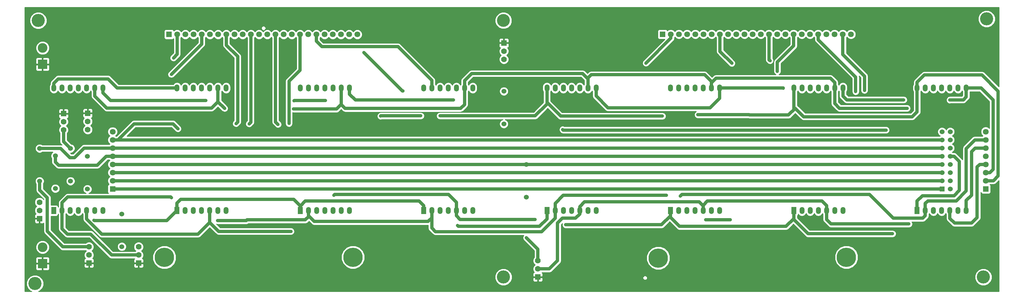
<source format=gtl>
G04 (created by PCBNEW (2013-07-07 BZR 4022)-stable) date 3/3/2015 12:04:10 PM*
%MOIN*%
G04 Gerber Fmt 3.4, Leading zero omitted, Abs format*
%FSLAX34Y34*%
G01*
G70*
G90*
G04 APERTURE LIST*
%ADD10C,0.00590551*%
%ADD11R,0.0708661X0.0708661*%
%ADD12C,0.0708661*%
%ADD13C,0.06*%
%ADD14R,0.0590551X0.0866142*%
%ADD15O,0.0590551X0.0866142*%
%ADD16R,0.06X0.06*%
%ADD17R,0.1181X0.1181*%
%ADD18C,0.1181*%
%ADD19C,0.07*%
%ADD20R,0.07X0.07*%
%ADD21C,0.23622*%
%ADD22C,0.16*%
%ADD23C,0.15748*%
%ADD24C,0.035*%
%ADD25C,0.0393701*%
%ADD26C,0.01*%
G04 APERTURE END LIST*
G54D10*
G54D11*
X34476Y-52409D03*
G54D12*
X34476Y-51409D03*
X34476Y-50409D03*
X34476Y-49409D03*
X34476Y-48409D03*
X34476Y-47409D03*
X34476Y-46409D03*
X34476Y-45409D03*
G54D11*
X41358Y-33503D03*
G54D12*
X42358Y-33503D03*
X43358Y-33503D03*
X44358Y-33503D03*
X45358Y-33503D03*
X46358Y-33503D03*
X47358Y-33503D03*
X48358Y-33503D03*
X49358Y-33503D03*
X50358Y-33503D03*
X51358Y-33503D03*
X52358Y-33503D03*
X53358Y-33503D03*
X54358Y-33503D03*
X55358Y-33503D03*
X56358Y-33503D03*
X57358Y-33503D03*
X58358Y-33503D03*
X59358Y-33503D03*
X60358Y-33503D03*
X61358Y-33503D03*
X62358Y-33503D03*
X63358Y-33503D03*
X64358Y-33503D03*
G54D11*
X101633Y-33484D03*
G54D12*
X102633Y-33484D03*
X103633Y-33484D03*
X104633Y-33484D03*
X105633Y-33484D03*
X106633Y-33484D03*
X107633Y-33484D03*
X108633Y-33484D03*
X109633Y-33484D03*
X110633Y-33484D03*
X111633Y-33484D03*
X112633Y-33484D03*
X113633Y-33484D03*
X114633Y-33484D03*
X115633Y-33484D03*
X116633Y-33484D03*
X117633Y-33484D03*
X118633Y-33484D03*
X119633Y-33484D03*
X120633Y-33484D03*
X121633Y-33484D03*
X122633Y-33484D03*
X123633Y-33484D03*
X124633Y-33484D03*
G54D13*
X31393Y-48433D03*
X31393Y-52433D03*
X29330Y-47456D03*
X29330Y-51456D03*
X82251Y-40456D03*
X82251Y-44456D03*
X84976Y-53433D03*
X84976Y-49433D03*
X27476Y-52366D03*
X27476Y-48366D03*
X25562Y-51456D03*
X25562Y-47456D03*
X35600Y-59475D03*
X35600Y-55475D03*
G54D14*
X117649Y-55059D03*
G54D15*
X118649Y-55059D03*
X119649Y-55059D03*
X120649Y-55059D03*
X121649Y-55059D03*
X122649Y-55059D03*
X123649Y-55059D03*
X123649Y-40059D03*
X122649Y-40059D03*
X121649Y-40059D03*
X120649Y-40059D03*
X119649Y-40059D03*
X118649Y-40059D03*
X117649Y-40059D03*
G54D14*
X42334Y-55059D03*
G54D15*
X43334Y-55059D03*
X44334Y-55059D03*
X45334Y-55059D03*
X46334Y-55059D03*
X47334Y-55059D03*
X48334Y-55059D03*
X48334Y-40059D03*
X47334Y-40059D03*
X46334Y-40059D03*
X45334Y-40059D03*
X44334Y-40059D03*
X43334Y-40059D03*
X42334Y-40059D03*
G54D14*
X72452Y-55059D03*
G54D15*
X73452Y-55059D03*
X74452Y-55059D03*
X75452Y-55059D03*
X76452Y-55059D03*
X77452Y-55059D03*
X78452Y-55059D03*
X78452Y-40059D03*
X77452Y-40059D03*
X76452Y-40059D03*
X75452Y-40059D03*
X74452Y-40059D03*
X73452Y-40059D03*
X72452Y-40059D03*
G54D14*
X102590Y-55059D03*
G54D15*
X103590Y-55059D03*
X104590Y-55059D03*
X105590Y-55059D03*
X106590Y-55059D03*
X107590Y-55059D03*
X108590Y-55059D03*
X108590Y-40059D03*
X107590Y-40059D03*
X106590Y-40059D03*
X105590Y-40059D03*
X104590Y-40059D03*
X103590Y-40059D03*
X102590Y-40059D03*
G54D14*
X87511Y-55059D03*
G54D15*
X88511Y-55059D03*
X89511Y-55059D03*
X90511Y-55059D03*
X91511Y-55059D03*
X92511Y-55059D03*
X93511Y-55059D03*
X93511Y-40059D03*
X92511Y-40059D03*
X91511Y-40059D03*
X90511Y-40059D03*
X89511Y-40059D03*
X88511Y-40059D03*
X87511Y-40059D03*
G54D14*
X57393Y-55059D03*
G54D15*
X58393Y-55059D03*
X59393Y-55059D03*
X60393Y-55059D03*
X61393Y-55059D03*
X62393Y-55059D03*
X63393Y-55059D03*
X63393Y-40059D03*
X62393Y-40059D03*
X61393Y-40059D03*
X60393Y-40059D03*
X59393Y-40059D03*
X58393Y-40059D03*
X57393Y-40059D03*
G54D14*
X27295Y-55059D03*
G54D15*
X28295Y-55059D03*
X29295Y-55059D03*
X30295Y-55059D03*
X31295Y-55059D03*
X32295Y-55059D03*
X33295Y-55059D03*
X33295Y-40059D03*
X32295Y-40059D03*
X31295Y-40059D03*
X30295Y-40059D03*
X29295Y-40059D03*
X28295Y-40059D03*
X27295Y-40059D03*
G54D14*
X132708Y-55059D03*
G54D15*
X133708Y-55059D03*
X134708Y-55059D03*
X135708Y-55059D03*
X136708Y-55059D03*
X137708Y-55059D03*
X138708Y-55059D03*
X138708Y-40059D03*
X137708Y-40059D03*
X136708Y-40059D03*
X135708Y-40059D03*
X134708Y-40059D03*
X133708Y-40059D03*
X132708Y-40059D03*
G54D11*
X141082Y-52405D03*
G54D12*
X141082Y-51405D03*
X141082Y-50405D03*
X141082Y-49405D03*
X141082Y-48405D03*
X141082Y-47405D03*
X141082Y-46405D03*
X141082Y-45405D03*
G54D16*
X135748Y-52409D03*
G54D13*
X136748Y-52409D03*
X135748Y-51409D03*
X136748Y-51409D03*
X135748Y-50409D03*
X136748Y-50409D03*
X135748Y-49409D03*
X136748Y-49409D03*
X135748Y-48409D03*
X136748Y-48409D03*
X135748Y-47409D03*
X136748Y-47409D03*
X135748Y-46409D03*
X136748Y-46409D03*
X135748Y-45409D03*
X136748Y-45409D03*
G54D17*
X25925Y-61551D03*
G54D18*
X25925Y-59551D03*
G54D17*
X25925Y-37161D03*
G54D18*
X25925Y-35161D03*
G54D19*
X31440Y-45145D03*
X31440Y-44145D03*
G54D20*
X31440Y-43145D03*
G54D19*
X82251Y-36551D03*
X82251Y-35551D03*
G54D20*
X82251Y-34551D03*
G54D19*
X28488Y-45196D03*
X28488Y-44196D03*
G54D20*
X28488Y-43196D03*
G54D19*
X86400Y-61200D03*
X86400Y-62200D03*
G54D20*
X86400Y-63200D03*
G54D19*
X25543Y-54043D03*
X25543Y-55043D03*
G54D20*
X25543Y-56043D03*
G54D19*
X31600Y-59500D03*
X31600Y-60500D03*
G54D20*
X31600Y-61500D03*
G54D19*
X37650Y-59500D03*
X37650Y-60500D03*
G54D20*
X37650Y-61500D03*
G54D21*
X101100Y-60875D03*
X124075Y-60775D03*
X40800Y-60800D03*
X63825Y-60775D03*
G54D22*
X140800Y-63200D03*
X25400Y-31800D03*
X141200Y-31600D03*
G54D23*
X82200Y-31800D03*
G54D22*
X25000Y-64000D03*
X82200Y-63200D03*
G54D24*
X128921Y-45208D03*
X89425Y-45149D03*
X42450Y-45050D03*
X51151Y-44448D03*
X54665Y-44517D03*
X56013Y-44399D03*
X41909Y-36374D03*
X69917Y-40413D03*
X65165Y-35728D03*
X99596Y-37007D03*
X110078Y-37027D03*
X114744Y-36722D03*
X115641Y-38011D03*
X125196Y-40496D03*
X126279Y-40354D03*
X41645Y-38389D03*
X49547Y-44419D03*
X85000Y-58400D03*
X131476Y-42539D03*
X56555Y-42618D03*
X48149Y-42559D03*
X74444Y-43468D03*
X67200Y-43503D03*
X72098Y-43468D03*
X105929Y-43338D03*
X101606Y-43503D03*
X116370Y-40078D03*
X131072Y-41515D03*
X136692Y-41535D03*
X76082Y-41535D03*
X60452Y-41574D03*
X56614Y-41614D03*
X45866Y-41594D03*
X86050Y-56150D03*
X61500Y-53200D03*
X131700Y-56700D03*
X56244Y-57610D03*
X32200Y-56250D03*
X76600Y-56900D03*
X89800Y-56800D03*
X129700Y-57900D03*
X41650Y-53500D03*
X109900Y-56200D03*
X106900Y-56200D03*
X103800Y-53300D03*
X102100Y-53200D03*
X47300Y-56300D03*
G54D25*
X34476Y-52409D02*
X135748Y-52409D01*
X135748Y-51409D02*
X34476Y-51409D01*
X89484Y-45208D02*
X128921Y-45208D01*
X89425Y-45149D02*
X89484Y-45208D01*
X34476Y-50409D02*
X135748Y-50409D01*
X84976Y-49433D02*
X34500Y-49433D01*
X34500Y-49433D02*
X34476Y-49409D01*
X34476Y-49409D02*
X135748Y-49409D01*
X34476Y-48409D02*
X135748Y-48409D01*
X27476Y-48366D02*
X27476Y-49106D01*
X33700Y-48409D02*
X34476Y-48409D01*
X32586Y-49523D02*
X33700Y-48409D01*
X27893Y-49523D02*
X32586Y-49523D01*
X27476Y-49106D02*
X27893Y-49523D01*
X34476Y-47409D02*
X31000Y-47409D01*
X28137Y-47456D02*
X25562Y-47456D01*
X29255Y-48574D02*
X28137Y-47456D01*
X29834Y-48574D02*
X29255Y-48574D01*
X31000Y-47409D02*
X29834Y-48574D01*
X135748Y-47409D02*
X34476Y-47409D01*
X35140Y-46409D02*
X34476Y-46409D01*
X37100Y-44450D02*
X35140Y-46409D01*
X41850Y-44450D02*
X37100Y-44450D01*
X42450Y-45050D02*
X41850Y-44450D01*
X34476Y-46409D02*
X135748Y-46409D01*
X51358Y-44242D02*
X51358Y-33503D01*
X51151Y-44448D02*
X51358Y-44242D01*
X54358Y-44210D02*
X54358Y-33503D01*
X54665Y-44517D02*
X54358Y-44210D01*
X57358Y-33503D02*
X57358Y-37877D01*
X56013Y-39222D02*
X56013Y-44399D01*
X57358Y-37877D02*
X56013Y-39222D01*
X59358Y-33503D02*
X59358Y-34338D01*
X73452Y-39133D02*
X73452Y-40059D01*
X69314Y-34996D02*
X73452Y-39133D01*
X60015Y-34996D02*
X69314Y-34996D01*
X59358Y-34338D02*
X60015Y-34996D01*
X42358Y-35925D02*
X42358Y-33503D01*
X41909Y-36374D02*
X42358Y-35925D01*
X69850Y-40413D02*
X69917Y-40413D01*
X65165Y-35728D02*
X69850Y-40413D01*
X102633Y-33970D02*
X102633Y-33484D01*
X99596Y-37007D02*
X102633Y-33970D01*
X108633Y-35582D02*
X108633Y-33484D01*
X110078Y-37027D02*
X108633Y-35582D01*
X114633Y-36612D02*
X114633Y-33484D01*
X114744Y-36722D02*
X114633Y-36612D01*
X117633Y-33484D02*
X117633Y-34893D01*
X115641Y-36885D02*
X115641Y-38011D01*
X117633Y-34893D02*
X115641Y-36885D01*
X120633Y-34145D02*
X120633Y-33484D01*
X125196Y-38708D02*
X120633Y-34145D01*
X125196Y-40496D02*
X125196Y-38708D01*
X123633Y-33484D02*
X123633Y-35960D01*
X126279Y-38606D02*
X126279Y-40354D01*
X123633Y-35960D02*
X126279Y-38606D01*
X45358Y-33503D02*
X45358Y-34677D01*
X45358Y-34677D02*
X41645Y-38389D01*
X48358Y-34805D02*
X48358Y-33503D01*
X49753Y-36200D02*
X48358Y-34805D01*
X49753Y-44212D02*
X49753Y-36200D01*
X49547Y-44419D02*
X49753Y-44212D01*
X28488Y-45196D02*
X28488Y-46614D01*
X28488Y-46614D02*
X29330Y-47456D01*
X86400Y-59800D02*
X86400Y-61200D01*
X85000Y-58400D02*
X86400Y-59800D01*
X25562Y-51456D02*
X25562Y-52562D01*
X28400Y-59500D02*
X31600Y-59500D01*
X26500Y-57600D02*
X28400Y-59500D01*
X26500Y-53500D02*
X26500Y-57600D01*
X25562Y-52562D02*
X26500Y-53500D01*
X122649Y-40059D02*
X122649Y-41960D01*
X123228Y-42539D02*
X131476Y-42539D01*
X122649Y-41960D02*
X123228Y-42539D01*
X107590Y-39311D02*
X107696Y-39311D01*
X122649Y-39381D02*
X122649Y-40059D01*
X122125Y-38858D02*
X122649Y-39381D01*
X108149Y-38858D02*
X122125Y-38858D01*
X107696Y-39311D02*
X108149Y-38858D01*
X92511Y-39094D02*
X92511Y-38826D01*
X107590Y-39263D02*
X107590Y-39311D01*
X107590Y-39311D02*
X107590Y-40059D01*
X106751Y-38425D02*
X107590Y-39263D01*
X92913Y-38425D02*
X106751Y-38425D01*
X92511Y-38826D02*
X92913Y-38425D01*
X77452Y-40059D02*
X77452Y-39161D01*
X92511Y-38948D02*
X92511Y-39094D01*
X92511Y-39094D02*
X92511Y-40059D01*
X91850Y-38287D02*
X92511Y-38948D01*
X78326Y-38287D02*
X91850Y-38287D01*
X77452Y-39161D02*
X78326Y-38287D01*
X62393Y-42007D02*
X62393Y-42078D01*
X77452Y-42074D02*
X77452Y-40059D01*
X76968Y-42559D02*
X77452Y-42074D01*
X62874Y-42559D02*
X76968Y-42559D01*
X62393Y-42078D02*
X62874Y-42559D01*
X47334Y-41740D02*
X47334Y-41744D01*
X62393Y-42055D02*
X62393Y-42007D01*
X62393Y-42007D02*
X62393Y-40059D01*
X61811Y-42637D02*
X62393Y-42055D01*
X56574Y-42637D02*
X61811Y-42637D01*
X56555Y-42618D02*
X56574Y-42637D01*
X47334Y-41744D02*
X48149Y-42559D01*
X32295Y-40059D02*
X32295Y-41055D01*
X47334Y-41740D02*
X47334Y-40059D01*
X46555Y-42519D02*
X47334Y-41740D01*
X33759Y-42519D02*
X46555Y-42519D01*
X32295Y-41055D02*
X33759Y-42519D01*
X42334Y-40059D02*
X35035Y-40059D01*
X27295Y-39484D02*
X27295Y-40059D01*
X27830Y-38948D02*
X27295Y-39484D01*
X33925Y-38948D02*
X27830Y-38948D01*
X35035Y-40059D02*
X33925Y-38948D01*
X141082Y-51405D02*
X142035Y-51405D01*
X132708Y-39354D02*
X132708Y-40059D01*
X133598Y-38464D02*
X132708Y-39354D01*
X140629Y-38464D02*
X133598Y-38464D01*
X142606Y-40440D02*
X140629Y-38464D01*
X142606Y-50834D02*
X142606Y-40440D01*
X142035Y-51405D02*
X142606Y-50834D01*
X87511Y-40059D02*
X87511Y-42023D01*
X86066Y-43468D02*
X74444Y-43468D01*
X87511Y-42023D02*
X86066Y-43468D01*
X67200Y-43503D02*
X67236Y-43468D01*
X67236Y-43468D02*
X72098Y-43468D01*
X117007Y-43362D02*
X117822Y-42547D01*
X112224Y-43362D02*
X117007Y-43362D01*
X112200Y-43338D02*
X112224Y-43362D01*
X105929Y-43338D02*
X112200Y-43338D01*
X87511Y-40059D02*
X87511Y-41838D01*
X89177Y-43503D02*
X101606Y-43503D01*
X87511Y-41838D02*
X89177Y-43503D01*
X117649Y-42547D02*
X117822Y-42547D01*
X117649Y-42547D02*
X117649Y-40059D01*
X132708Y-42980D02*
X132708Y-40059D01*
X132106Y-43582D02*
X132708Y-42980D01*
X118858Y-43582D02*
X132106Y-43582D01*
X117822Y-42547D02*
X118858Y-43582D01*
X138708Y-40059D02*
X140511Y-40059D01*
X141578Y-50405D02*
X141082Y-50405D01*
X141976Y-50007D02*
X141578Y-50405D01*
X141976Y-41523D02*
X141976Y-50007D01*
X140511Y-40059D02*
X141976Y-41523D01*
X108590Y-40059D02*
X116350Y-40059D01*
X116350Y-40059D02*
X116370Y-40078D01*
X123649Y-40059D02*
X123649Y-41041D01*
X123649Y-41041D02*
X124124Y-41515D01*
X124124Y-41515D02*
X131072Y-41515D01*
X136692Y-41535D02*
X136712Y-41515D01*
X136712Y-41515D02*
X138346Y-41515D01*
X138346Y-41515D02*
X138708Y-41153D01*
X138708Y-41153D02*
X138708Y-40059D01*
X93511Y-40059D02*
X93511Y-41031D01*
X108590Y-41311D02*
X108590Y-40059D01*
X107411Y-42490D02*
X108590Y-41311D01*
X94970Y-42490D02*
X107411Y-42490D01*
X93511Y-41031D02*
X94970Y-42490D01*
X63393Y-40059D02*
X63393Y-40814D01*
X64114Y-41535D02*
X76082Y-41535D01*
X63393Y-40814D02*
X64114Y-41535D01*
X56653Y-41574D02*
X60452Y-41574D01*
X56614Y-41614D02*
X56653Y-41574D01*
X33295Y-40059D02*
X33295Y-40657D01*
X34232Y-41594D02*
X45866Y-41594D01*
X33295Y-40657D02*
X34232Y-41594D01*
X86400Y-62200D02*
X87800Y-62200D01*
X91511Y-55488D02*
X91511Y-55059D01*
X91000Y-56000D02*
X91511Y-55488D01*
X89400Y-56000D02*
X91000Y-56000D01*
X88800Y-56600D02*
X89400Y-56000D01*
X88800Y-61200D02*
X88800Y-56600D01*
X87800Y-62200D02*
X88800Y-61200D01*
X31295Y-55059D02*
X31295Y-56095D01*
X44904Y-57950D02*
X46334Y-56519D01*
X33150Y-57950D02*
X44904Y-57950D01*
X31295Y-56095D02*
X33150Y-57950D01*
X46334Y-56519D02*
X46334Y-55059D01*
X76452Y-55059D02*
X76452Y-55702D01*
X76900Y-56150D02*
X86050Y-56150D01*
X76452Y-55702D02*
X76900Y-56150D01*
X76452Y-54052D02*
X76452Y-55059D01*
X75500Y-53100D02*
X76452Y-54052D01*
X61600Y-53100D02*
X75500Y-53100D01*
X61500Y-53200D02*
X61600Y-53100D01*
X121649Y-55059D02*
X121649Y-56149D01*
X122200Y-56700D02*
X131700Y-56700D01*
X121649Y-56149D02*
X122200Y-56700D01*
X106590Y-54500D02*
X106590Y-54409D01*
X121649Y-54449D02*
X121649Y-55059D01*
X121100Y-53900D02*
X121649Y-54449D01*
X107100Y-53900D02*
X121100Y-53900D01*
X106590Y-54409D02*
X107100Y-53900D01*
X91511Y-55059D02*
X91511Y-54588D01*
X91511Y-54588D02*
X92100Y-54000D01*
X92100Y-54000D02*
X106100Y-54000D01*
X106100Y-54000D02*
X106590Y-54490D01*
X106590Y-54490D02*
X106590Y-54500D01*
X106590Y-54500D02*
X106590Y-55059D01*
X46334Y-55059D02*
X46334Y-56519D01*
X47425Y-57610D02*
X56244Y-57610D01*
X46334Y-56519D02*
X47425Y-57610D01*
X136708Y-55059D02*
X136708Y-56023D01*
X136708Y-56023D02*
X137279Y-56594D01*
X137279Y-56594D02*
X139350Y-56594D01*
X139350Y-56594D02*
X140039Y-55905D01*
X140039Y-55905D02*
X140039Y-49712D01*
X140039Y-49712D02*
X140346Y-49405D01*
X140346Y-49405D02*
X141082Y-49405D01*
X41093Y-56300D02*
X42334Y-55059D01*
X32250Y-56300D02*
X41093Y-56300D01*
X32200Y-56250D02*
X32250Y-56300D01*
X87511Y-56088D02*
X87511Y-55059D01*
X86600Y-57000D02*
X87511Y-56088D01*
X76700Y-57000D02*
X86600Y-57000D01*
X76600Y-56900D02*
X76700Y-57000D01*
X102590Y-55059D02*
X102590Y-55709D01*
X102590Y-55709D02*
X101500Y-56800D01*
X101500Y-56800D02*
X89800Y-56800D01*
X117649Y-56000D02*
X117649Y-56149D01*
X119400Y-57900D02*
X129700Y-57900D01*
X117649Y-56149D02*
X119400Y-57900D01*
X102590Y-55059D02*
X102590Y-55890D01*
X117649Y-56050D02*
X117649Y-56000D01*
X117649Y-56000D02*
X117649Y-55059D01*
X116700Y-57000D02*
X117649Y-56050D01*
X103700Y-57000D02*
X116700Y-57000D01*
X102590Y-55890D02*
X103700Y-57000D01*
X57393Y-55059D02*
X57393Y-54506D01*
X57393Y-54506D02*
X58000Y-53900D01*
X58000Y-53900D02*
X71900Y-53900D01*
X71900Y-53900D02*
X72452Y-54452D01*
X72452Y-54452D02*
X72452Y-55059D01*
X42334Y-55059D02*
X42334Y-54165D01*
X57393Y-54493D02*
X57393Y-55059D01*
X56600Y-53700D02*
X57393Y-54493D01*
X42800Y-53700D02*
X56600Y-53700D01*
X42334Y-54165D02*
X42800Y-53700D01*
X132708Y-55059D02*
X132708Y-53897D01*
X132708Y-53897D02*
X133366Y-53240D01*
X133366Y-53240D02*
X137236Y-53240D01*
X137236Y-53240D02*
X137874Y-52602D01*
X137874Y-52602D02*
X137874Y-49062D01*
X137874Y-49062D02*
X137220Y-48409D01*
X137220Y-48409D02*
X136748Y-48409D01*
X138708Y-55059D02*
X138708Y-53818D01*
X139795Y-47405D02*
X141082Y-47405D01*
X139350Y-47850D02*
X139795Y-47405D01*
X139350Y-53177D02*
X139350Y-47850D01*
X138708Y-53818D02*
X139350Y-53177D01*
X37650Y-60500D02*
X34350Y-60500D01*
X28295Y-57295D02*
X28295Y-55059D01*
X28950Y-57950D02*
X28295Y-57295D01*
X31800Y-57950D02*
X28950Y-57950D01*
X34350Y-60500D02*
X31800Y-57950D01*
X28295Y-55059D02*
X28295Y-54104D01*
X41550Y-53400D02*
X41650Y-53500D01*
X29000Y-53400D02*
X41550Y-53400D01*
X28295Y-54104D02*
X29000Y-53400D01*
X73452Y-55059D02*
X73452Y-57202D01*
X88511Y-55988D02*
X88511Y-55059D01*
X86850Y-57650D02*
X88511Y-55988D01*
X73900Y-57650D02*
X86850Y-57650D01*
X73452Y-57202D02*
X73900Y-57650D01*
X108200Y-56200D02*
X109900Y-56200D01*
X106900Y-56200D02*
X108200Y-56200D01*
X133708Y-55691D02*
X133708Y-55059D01*
X133400Y-56000D02*
X133708Y-55691D01*
X129800Y-56000D02*
X133400Y-56000D01*
X126900Y-53100D02*
X129800Y-56000D01*
X104000Y-53100D02*
X126900Y-53100D01*
X103800Y-53300D02*
X104000Y-53100D01*
X88511Y-55059D02*
X88511Y-54188D01*
X88511Y-54188D02*
X89500Y-53200D01*
X89500Y-53200D02*
X102100Y-53200D01*
X58393Y-55800D02*
X58500Y-55800D01*
X58500Y-55800D02*
X59100Y-56400D01*
X59100Y-56400D02*
X73000Y-56400D01*
X73000Y-56400D02*
X73452Y-55947D01*
X73452Y-55947D02*
X73452Y-55059D01*
X58393Y-55806D02*
X58393Y-55800D01*
X58393Y-55800D02*
X58393Y-55059D01*
X58000Y-56200D02*
X58393Y-55806D01*
X50900Y-56200D02*
X58000Y-56200D01*
X50800Y-56300D02*
X50900Y-56200D01*
X47300Y-56300D02*
X50800Y-56300D01*
X133708Y-55059D02*
X133708Y-54196D01*
X133708Y-54196D02*
X134027Y-53877D01*
X134027Y-53877D02*
X137480Y-53877D01*
X137480Y-53877D02*
X138688Y-52669D01*
X138688Y-52669D02*
X138688Y-47472D01*
X138688Y-47472D02*
X139755Y-46405D01*
X139755Y-46405D02*
X141082Y-46405D01*
G54D10*
G36*
X142683Y-64966D02*
X141850Y-64966D01*
X141850Y-62992D01*
X141690Y-62606D01*
X141395Y-62310D01*
X141009Y-62150D01*
X140592Y-62149D01*
X140206Y-62309D01*
X139910Y-62604D01*
X139750Y-62990D01*
X139749Y-63407D01*
X139909Y-63794D01*
X140204Y-64089D01*
X140590Y-64249D01*
X141007Y-64250D01*
X141394Y-64090D01*
X141689Y-63795D01*
X141849Y-63409D01*
X141850Y-62992D01*
X141850Y-64966D01*
X125506Y-64966D01*
X125506Y-60491D01*
X125288Y-59965D01*
X124886Y-59562D01*
X124360Y-59344D01*
X123791Y-59343D01*
X123265Y-59561D01*
X122862Y-59963D01*
X122644Y-60489D01*
X122643Y-61058D01*
X122861Y-61584D01*
X123263Y-61987D01*
X123789Y-62205D01*
X124358Y-62206D01*
X124884Y-61988D01*
X125287Y-61586D01*
X125505Y-61060D01*
X125506Y-60491D01*
X125506Y-64966D01*
X102531Y-64966D01*
X102531Y-60591D01*
X102313Y-60065D01*
X101911Y-59662D01*
X101385Y-59444D01*
X100816Y-59443D01*
X100290Y-59661D01*
X99887Y-60063D01*
X99669Y-60589D01*
X99668Y-61158D01*
X99886Y-61684D01*
X100288Y-62087D01*
X100814Y-62305D01*
X101383Y-62306D01*
X101909Y-62088D01*
X102312Y-61686D01*
X102530Y-61160D01*
X102531Y-60591D01*
X102531Y-64966D01*
X99769Y-64966D01*
X99769Y-63300D01*
X99749Y-63196D01*
X99690Y-63109D01*
X99603Y-63050D01*
X99500Y-63030D01*
X99475Y-63030D01*
X99371Y-63050D01*
X99284Y-63109D01*
X99225Y-63196D01*
X99205Y-63300D01*
X99225Y-63403D01*
X99284Y-63490D01*
X99371Y-63549D01*
X99475Y-63569D01*
X99500Y-63569D01*
X99603Y-63549D01*
X99690Y-63490D01*
X99749Y-63403D01*
X99769Y-63300D01*
X99769Y-64966D01*
X87000Y-64966D01*
X87000Y-63500D01*
X87000Y-63312D01*
X86937Y-63250D01*
X86450Y-63250D01*
X86450Y-63737D01*
X86512Y-63800D01*
X86799Y-63800D01*
X86891Y-63762D01*
X86961Y-63691D01*
X86999Y-63599D01*
X87000Y-63500D01*
X87000Y-64966D01*
X86350Y-64966D01*
X86350Y-63737D01*
X86350Y-63250D01*
X85862Y-63250D01*
X85800Y-63312D01*
X85799Y-63500D01*
X85800Y-63599D01*
X85838Y-63691D01*
X85908Y-63762D01*
X86000Y-63800D01*
X86287Y-63800D01*
X86350Y-63737D01*
X86350Y-64966D01*
X83250Y-64966D01*
X83250Y-62992D01*
X83090Y-62606D01*
X82795Y-62310D01*
X82409Y-62150D01*
X81992Y-62149D01*
X81606Y-62309D01*
X81310Y-62604D01*
X81150Y-62990D01*
X81149Y-63407D01*
X81309Y-63794D01*
X81604Y-64089D01*
X81990Y-64249D01*
X82407Y-64250D01*
X82794Y-64090D01*
X83089Y-63795D01*
X83249Y-63409D01*
X83250Y-62992D01*
X83250Y-64966D01*
X65256Y-64966D01*
X65256Y-60491D01*
X65038Y-59965D01*
X64636Y-59562D01*
X64110Y-59344D01*
X63541Y-59343D01*
X63015Y-59561D01*
X62612Y-59963D01*
X62394Y-60489D01*
X62393Y-61058D01*
X62611Y-61584D01*
X63013Y-61987D01*
X63539Y-62205D01*
X64108Y-62206D01*
X64634Y-61988D01*
X65037Y-61586D01*
X65255Y-61060D01*
X65256Y-60491D01*
X65256Y-64966D01*
X42231Y-64966D01*
X42231Y-60516D01*
X42013Y-59990D01*
X41611Y-59587D01*
X41085Y-59369D01*
X40516Y-59368D01*
X39990Y-59586D01*
X39587Y-59988D01*
X39369Y-60514D01*
X39368Y-61083D01*
X39586Y-61609D01*
X39988Y-62012D01*
X40514Y-62230D01*
X41083Y-62231D01*
X41609Y-62013D01*
X42012Y-61611D01*
X42230Y-61085D01*
X42231Y-60516D01*
X42231Y-64966D01*
X38250Y-64966D01*
X38250Y-61800D01*
X38250Y-61612D01*
X38187Y-61550D01*
X37700Y-61550D01*
X37700Y-62037D01*
X37762Y-62100D01*
X38049Y-62100D01*
X38141Y-62062D01*
X38211Y-61991D01*
X38249Y-61899D01*
X38250Y-61800D01*
X38250Y-64966D01*
X37600Y-64966D01*
X37600Y-62037D01*
X37600Y-61550D01*
X37112Y-61550D01*
X37050Y-61612D01*
X37049Y-61800D01*
X37050Y-61899D01*
X37088Y-61991D01*
X37158Y-62062D01*
X37250Y-62100D01*
X37537Y-62100D01*
X37600Y-62037D01*
X37600Y-64966D01*
X32200Y-64966D01*
X32200Y-61800D01*
X32200Y-61612D01*
X32137Y-61550D01*
X31650Y-61550D01*
X31650Y-62037D01*
X31712Y-62100D01*
X31999Y-62100D01*
X32091Y-62062D01*
X32161Y-61991D01*
X32199Y-61899D01*
X32200Y-61800D01*
X32200Y-64966D01*
X31550Y-64966D01*
X31550Y-62037D01*
X31550Y-61550D01*
X31062Y-61550D01*
X31000Y-61612D01*
X30999Y-61800D01*
X31000Y-61899D01*
X31038Y-61991D01*
X31108Y-62062D01*
X31200Y-62100D01*
X31487Y-62100D01*
X31550Y-62037D01*
X31550Y-64966D01*
X26765Y-64966D01*
X26765Y-59384D01*
X26638Y-59075D01*
X26401Y-58839D01*
X26093Y-58710D01*
X25758Y-58710D01*
X25493Y-58820D01*
X25493Y-56580D01*
X25493Y-56093D01*
X25005Y-56093D01*
X24943Y-56155D01*
X24943Y-56343D01*
X24943Y-56443D01*
X24981Y-56535D01*
X25051Y-56605D01*
X25143Y-56643D01*
X25430Y-56643D01*
X25493Y-56580D01*
X25493Y-58820D01*
X25449Y-58838D01*
X25213Y-59074D01*
X25084Y-59383D01*
X25084Y-59717D01*
X25212Y-60026D01*
X25448Y-60263D01*
X25757Y-60391D01*
X26091Y-60391D01*
X26400Y-60264D01*
X26637Y-60027D01*
X26765Y-59719D01*
X26765Y-59384D01*
X26765Y-64966D01*
X26765Y-64966D01*
X26765Y-62191D01*
X26765Y-60911D01*
X26727Y-60819D01*
X26657Y-60748D01*
X26565Y-60710D01*
X26466Y-60710D01*
X26037Y-60710D01*
X25975Y-60773D01*
X25975Y-61501D01*
X26703Y-61501D01*
X26765Y-61438D01*
X26765Y-60911D01*
X26765Y-62191D01*
X26765Y-61663D01*
X26703Y-61601D01*
X25975Y-61601D01*
X25975Y-62329D01*
X26037Y-62391D01*
X26466Y-62391D01*
X26565Y-62391D01*
X26657Y-62353D01*
X26727Y-62283D01*
X26765Y-62191D01*
X26765Y-64966D01*
X25410Y-64966D01*
X25594Y-64890D01*
X25889Y-64595D01*
X26049Y-64209D01*
X26050Y-63792D01*
X25890Y-63406D01*
X25875Y-63390D01*
X25875Y-62329D01*
X25875Y-61601D01*
X25875Y-61501D01*
X25875Y-60773D01*
X25812Y-60710D01*
X25384Y-60710D01*
X25284Y-60710D01*
X25192Y-60748D01*
X25122Y-60819D01*
X25084Y-60911D01*
X25084Y-61438D01*
X25147Y-61501D01*
X25875Y-61501D01*
X25875Y-61601D01*
X25147Y-61601D01*
X25084Y-61663D01*
X25084Y-62191D01*
X25122Y-62283D01*
X25192Y-62353D01*
X25284Y-62391D01*
X25384Y-62391D01*
X25812Y-62391D01*
X25875Y-62329D01*
X25875Y-63390D01*
X25595Y-63110D01*
X25209Y-62950D01*
X24792Y-62949D01*
X24406Y-63109D01*
X24110Y-63404D01*
X23950Y-63790D01*
X23949Y-64207D01*
X24109Y-64594D01*
X24404Y-64889D01*
X24589Y-64966D01*
X23753Y-64966D01*
X23753Y-30190D01*
X142683Y-30190D01*
X142683Y-39885D01*
X142250Y-39452D01*
X142250Y-31392D01*
X142090Y-31006D01*
X141795Y-30710D01*
X141409Y-30550D01*
X140992Y-30549D01*
X140606Y-30709D01*
X140310Y-31004D01*
X140150Y-31390D01*
X140149Y-31807D01*
X140309Y-32194D01*
X140604Y-32489D01*
X140990Y-32649D01*
X141407Y-32650D01*
X141794Y-32490D01*
X142089Y-32195D01*
X142249Y-31809D01*
X142250Y-31392D01*
X142250Y-39452D01*
X140945Y-38148D01*
X140800Y-38051D01*
X140629Y-38017D01*
X133598Y-38017D01*
X133427Y-38051D01*
X133282Y-38148D01*
X132392Y-39038D01*
X132295Y-39183D01*
X132261Y-39354D01*
X132261Y-39614D01*
X132204Y-39699D01*
X132163Y-39907D01*
X132163Y-40210D01*
X132204Y-40418D01*
X132261Y-40504D01*
X132261Y-42795D01*
X131921Y-43135D01*
X119043Y-43135D01*
X118138Y-42231D01*
X118096Y-42202D01*
X118096Y-40504D01*
X118149Y-40424D01*
X118264Y-40595D01*
X118440Y-40714D01*
X118649Y-40755D01*
X118858Y-40714D01*
X119035Y-40595D01*
X119149Y-40424D01*
X119264Y-40595D01*
X119440Y-40714D01*
X119649Y-40755D01*
X119858Y-40714D01*
X120035Y-40595D01*
X120149Y-40424D01*
X120264Y-40595D01*
X120440Y-40714D01*
X120649Y-40755D01*
X120858Y-40714D01*
X121035Y-40595D01*
X121149Y-40424D01*
X121264Y-40595D01*
X121440Y-40714D01*
X121649Y-40755D01*
X121858Y-40714D01*
X122035Y-40595D01*
X122149Y-40424D01*
X122202Y-40504D01*
X122202Y-41960D01*
X122236Y-42131D01*
X122333Y-42276D01*
X122912Y-42855D01*
X122912Y-42855D01*
X123057Y-42952D01*
X123228Y-42986D01*
X123228Y-42986D01*
X131476Y-42986D01*
X131647Y-42952D01*
X131792Y-42855D01*
X131889Y-42710D01*
X131923Y-42539D01*
X131889Y-42368D01*
X131792Y-42223D01*
X131647Y-42126D01*
X131476Y-42092D01*
X123413Y-42092D01*
X123096Y-41775D01*
X123096Y-40504D01*
X123149Y-40424D01*
X123202Y-40504D01*
X123202Y-41041D01*
X123236Y-41212D01*
X123333Y-41357D01*
X123808Y-41831D01*
X123953Y-41928D01*
X124124Y-41962D01*
X131072Y-41962D01*
X131243Y-41928D01*
X131388Y-41831D01*
X131485Y-41686D01*
X131519Y-41515D01*
X131485Y-41344D01*
X131388Y-41199D01*
X131243Y-41102D01*
X131072Y-41068D01*
X124309Y-41068D01*
X124096Y-40856D01*
X124096Y-40504D01*
X124153Y-40418D01*
X124194Y-40210D01*
X124194Y-39907D01*
X124153Y-39699D01*
X124035Y-39522D01*
X123858Y-39404D01*
X123649Y-39362D01*
X123440Y-39404D01*
X123264Y-39522D01*
X123149Y-39693D01*
X123096Y-39614D01*
X123096Y-39381D01*
X123062Y-39210D01*
X123062Y-39210D01*
X122965Y-39065D01*
X122441Y-38542D01*
X122296Y-38445D01*
X122125Y-38411D01*
X115832Y-38411D01*
X115957Y-38327D01*
X116054Y-38182D01*
X116088Y-38011D01*
X116088Y-37070D01*
X117949Y-35209D01*
X117949Y-35209D01*
X118046Y-35064D01*
X118080Y-34893D01*
X118080Y-34893D01*
X118080Y-33892D01*
X118133Y-33838D01*
X118291Y-33996D01*
X118513Y-34088D01*
X118753Y-34088D01*
X118975Y-33996D01*
X119133Y-33838D01*
X119291Y-33996D01*
X119513Y-34088D01*
X119753Y-34088D01*
X119975Y-33996D01*
X120133Y-33838D01*
X120187Y-33892D01*
X120187Y-34145D01*
X120221Y-34316D01*
X120317Y-34461D01*
X124750Y-38893D01*
X124750Y-40496D01*
X124784Y-40667D01*
X124880Y-40812D01*
X125025Y-40908D01*
X125196Y-40942D01*
X125367Y-40908D01*
X125512Y-40812D01*
X125609Y-40667D01*
X125643Y-40496D01*
X125643Y-38708D01*
X125617Y-38576D01*
X125832Y-38791D01*
X125832Y-40354D01*
X125866Y-40525D01*
X125963Y-40670D01*
X126108Y-40767D01*
X126279Y-40801D01*
X126450Y-40767D01*
X126595Y-40670D01*
X126692Y-40525D01*
X126726Y-40354D01*
X126726Y-38606D01*
X126692Y-38435D01*
X126692Y-38435D01*
X126595Y-38290D01*
X124080Y-35775D01*
X124080Y-33892D01*
X124133Y-33838D01*
X124291Y-33996D01*
X124513Y-34088D01*
X124753Y-34088D01*
X124975Y-33996D01*
X125145Y-33827D01*
X125238Y-33604D01*
X125238Y-33364D01*
X125146Y-33142D01*
X124976Y-32972D01*
X124754Y-32880D01*
X124514Y-32879D01*
X124291Y-32971D01*
X124133Y-33129D01*
X123976Y-32972D01*
X123754Y-32880D01*
X123514Y-32879D01*
X123291Y-32971D01*
X123133Y-33129D01*
X122976Y-32972D01*
X122754Y-32880D01*
X122514Y-32879D01*
X122291Y-32971D01*
X122133Y-33129D01*
X121976Y-32972D01*
X121754Y-32880D01*
X121514Y-32879D01*
X121291Y-32971D01*
X121133Y-33129D01*
X120976Y-32972D01*
X120754Y-32880D01*
X120514Y-32879D01*
X120291Y-32971D01*
X120133Y-33129D01*
X119976Y-32972D01*
X119754Y-32880D01*
X119514Y-32879D01*
X119291Y-32971D01*
X119133Y-33129D01*
X118976Y-32972D01*
X118754Y-32880D01*
X118514Y-32879D01*
X118291Y-32971D01*
X118133Y-33129D01*
X117976Y-32972D01*
X117754Y-32880D01*
X117514Y-32879D01*
X117291Y-32971D01*
X117133Y-33129D01*
X116976Y-32972D01*
X116754Y-32880D01*
X116514Y-32879D01*
X116291Y-32971D01*
X116133Y-33129D01*
X115976Y-32972D01*
X115754Y-32880D01*
X115514Y-32879D01*
X115291Y-32971D01*
X115133Y-33129D01*
X114976Y-32972D01*
X114754Y-32880D01*
X114514Y-32879D01*
X114291Y-32971D01*
X114133Y-33129D01*
X113976Y-32972D01*
X113754Y-32880D01*
X113514Y-32879D01*
X113291Y-32971D01*
X113133Y-33129D01*
X112976Y-32972D01*
X112754Y-32880D01*
X112514Y-32879D01*
X112291Y-32971D01*
X112133Y-33129D01*
X111976Y-32972D01*
X111754Y-32880D01*
X111514Y-32879D01*
X111291Y-32971D01*
X111133Y-33129D01*
X110976Y-32972D01*
X110754Y-32880D01*
X110514Y-32879D01*
X110291Y-32971D01*
X110133Y-33129D01*
X109976Y-32972D01*
X109754Y-32880D01*
X109514Y-32879D01*
X109291Y-32971D01*
X109133Y-33129D01*
X108976Y-32972D01*
X108754Y-32880D01*
X108514Y-32879D01*
X108291Y-32971D01*
X108133Y-33129D01*
X107976Y-32972D01*
X107754Y-32880D01*
X107514Y-32879D01*
X107291Y-32971D01*
X107133Y-33129D01*
X106976Y-32972D01*
X106754Y-32880D01*
X106514Y-32879D01*
X106291Y-32971D01*
X106133Y-33129D01*
X105976Y-32972D01*
X105754Y-32880D01*
X105514Y-32879D01*
X105291Y-32971D01*
X105133Y-33129D01*
X104976Y-32972D01*
X104754Y-32880D01*
X104514Y-32879D01*
X104291Y-32971D01*
X104133Y-33129D01*
X103976Y-32972D01*
X103754Y-32880D01*
X103514Y-32879D01*
X103291Y-32971D01*
X103133Y-33129D01*
X102976Y-32972D01*
X102754Y-32880D01*
X102514Y-32879D01*
X102291Y-32971D01*
X102222Y-33041D01*
X102200Y-32988D01*
X102129Y-32918D01*
X102038Y-32879D01*
X101938Y-32879D01*
X101230Y-32879D01*
X101138Y-32917D01*
X101067Y-32988D01*
X101029Y-33079D01*
X101029Y-33179D01*
X101029Y-33888D01*
X101067Y-33980D01*
X101137Y-34050D01*
X101229Y-34088D01*
X101329Y-34088D01*
X101883Y-34088D01*
X99280Y-36691D01*
X99183Y-36836D01*
X99149Y-37007D01*
X99183Y-37178D01*
X99280Y-37323D01*
X99425Y-37420D01*
X99596Y-37454D01*
X99767Y-37420D01*
X99912Y-37323D01*
X102949Y-34286D01*
X102949Y-34286D01*
X103046Y-34141D01*
X103080Y-33970D01*
X103080Y-33970D01*
X103080Y-33892D01*
X103133Y-33838D01*
X103291Y-33996D01*
X103513Y-34088D01*
X103753Y-34088D01*
X103975Y-33996D01*
X104133Y-33838D01*
X104291Y-33996D01*
X104513Y-34088D01*
X104753Y-34088D01*
X104975Y-33996D01*
X105133Y-33838D01*
X105291Y-33996D01*
X105513Y-34088D01*
X105753Y-34088D01*
X105975Y-33996D01*
X106133Y-33838D01*
X106291Y-33996D01*
X106513Y-34088D01*
X106753Y-34088D01*
X106975Y-33996D01*
X107133Y-33838D01*
X107291Y-33996D01*
X107513Y-34088D01*
X107753Y-34088D01*
X107975Y-33996D01*
X108133Y-33838D01*
X108187Y-33892D01*
X108187Y-35582D01*
X108221Y-35753D01*
X108317Y-35898D01*
X109762Y-37343D01*
X109907Y-37440D01*
X110078Y-37474D01*
X110249Y-37440D01*
X110394Y-37343D01*
X110491Y-37198D01*
X110525Y-37027D01*
X110491Y-36856D01*
X110394Y-36711D01*
X109080Y-35397D01*
X109080Y-33892D01*
X109133Y-33838D01*
X109291Y-33996D01*
X109513Y-34088D01*
X109753Y-34088D01*
X109975Y-33996D01*
X110133Y-33838D01*
X110291Y-33996D01*
X110513Y-34088D01*
X110753Y-34088D01*
X110975Y-33996D01*
X111133Y-33838D01*
X111291Y-33996D01*
X111513Y-34088D01*
X111753Y-34088D01*
X111975Y-33996D01*
X112133Y-33838D01*
X112291Y-33996D01*
X112513Y-34088D01*
X112753Y-34088D01*
X112975Y-33996D01*
X113133Y-33838D01*
X113291Y-33996D01*
X113513Y-34088D01*
X113753Y-34088D01*
X113975Y-33996D01*
X114133Y-33838D01*
X114187Y-33892D01*
X114187Y-36612D01*
X114221Y-36783D01*
X114317Y-36928D01*
X114428Y-37038D01*
X114573Y-37135D01*
X114744Y-37169D01*
X114915Y-37135D01*
X115060Y-37038D01*
X115156Y-36893D01*
X115190Y-36722D01*
X115156Y-36551D01*
X115080Y-36437D01*
X115080Y-33892D01*
X115133Y-33838D01*
X115291Y-33996D01*
X115513Y-34088D01*
X115753Y-34088D01*
X115975Y-33996D01*
X116133Y-33838D01*
X116291Y-33996D01*
X116513Y-34088D01*
X116753Y-34088D01*
X116975Y-33996D01*
X117133Y-33838D01*
X117187Y-33892D01*
X117187Y-34708D01*
X115325Y-36569D01*
X115228Y-36714D01*
X115194Y-36885D01*
X115194Y-38011D01*
X115228Y-38182D01*
X115325Y-38327D01*
X115450Y-38411D01*
X108149Y-38411D01*
X107978Y-38445D01*
X107833Y-38542D01*
X107667Y-38708D01*
X107067Y-38109D01*
X106922Y-38012D01*
X106751Y-37978D01*
X92913Y-37978D01*
X92742Y-38012D01*
X92597Y-38109D01*
X92450Y-38255D01*
X92166Y-37971D01*
X92021Y-37874D01*
X91850Y-37840D01*
X83237Y-37840D01*
X83237Y-31594D01*
X83079Y-31213D01*
X82788Y-30921D01*
X82407Y-30762D01*
X81994Y-30762D01*
X81613Y-30920D01*
X81321Y-31211D01*
X81162Y-31592D01*
X81162Y-32005D01*
X81320Y-32386D01*
X81611Y-32678D01*
X81992Y-32837D01*
X82405Y-32837D01*
X82786Y-32679D01*
X83078Y-32388D01*
X83237Y-32007D01*
X83237Y-31594D01*
X83237Y-37840D01*
X82852Y-37840D01*
X82852Y-36432D01*
X82760Y-36211D01*
X82600Y-36051D01*
X82760Y-35891D01*
X82851Y-35671D01*
X82852Y-35432D01*
X82760Y-35211D01*
X82686Y-35136D01*
X82743Y-35113D01*
X82813Y-35042D01*
X82851Y-34951D01*
X82852Y-34851D01*
X82852Y-34250D01*
X82851Y-34151D01*
X82813Y-34059D01*
X82743Y-33989D01*
X82651Y-33951D01*
X82364Y-33951D01*
X82301Y-34013D01*
X82301Y-34501D01*
X82789Y-34501D01*
X82851Y-34438D01*
X82852Y-34250D01*
X82852Y-34851D01*
X82851Y-34663D01*
X82789Y-34601D01*
X82301Y-34601D01*
X82301Y-34609D01*
X82201Y-34609D01*
X82201Y-34601D01*
X82201Y-34501D01*
X82201Y-34013D01*
X82139Y-33951D01*
X81852Y-33951D01*
X81760Y-33989D01*
X81690Y-34059D01*
X81652Y-34151D01*
X81651Y-34250D01*
X81651Y-34438D01*
X81714Y-34501D01*
X82201Y-34501D01*
X82201Y-34601D01*
X81714Y-34601D01*
X81651Y-34663D01*
X81651Y-34851D01*
X81652Y-34951D01*
X81690Y-35042D01*
X81760Y-35113D01*
X81817Y-35136D01*
X81743Y-35210D01*
X81652Y-35431D01*
X81651Y-35670D01*
X81743Y-35890D01*
X81903Y-36051D01*
X81743Y-36210D01*
X81652Y-36431D01*
X81651Y-36670D01*
X81743Y-36890D01*
X81911Y-37059D01*
X82132Y-37151D01*
X82370Y-37151D01*
X82591Y-37060D01*
X82760Y-36891D01*
X82851Y-36671D01*
X82852Y-36432D01*
X82852Y-37840D01*
X78326Y-37840D01*
X78155Y-37874D01*
X78010Y-37971D01*
X77136Y-38845D01*
X77039Y-38990D01*
X77005Y-39161D01*
X77005Y-39614D01*
X76952Y-39693D01*
X76838Y-39522D01*
X76661Y-39404D01*
X76452Y-39362D01*
X76244Y-39404D01*
X76067Y-39522D01*
X75952Y-39693D01*
X75838Y-39522D01*
X75661Y-39404D01*
X75452Y-39362D01*
X75244Y-39404D01*
X75067Y-39522D01*
X74952Y-39693D01*
X74838Y-39522D01*
X74661Y-39404D01*
X74452Y-39362D01*
X74244Y-39404D01*
X74067Y-39522D01*
X73952Y-39693D01*
X73899Y-39614D01*
X73899Y-39133D01*
X73865Y-38962D01*
X73768Y-38817D01*
X73768Y-38817D01*
X69630Y-34680D01*
X69485Y-34583D01*
X69314Y-34549D01*
X60200Y-34549D01*
X59805Y-34153D01*
X59805Y-33911D01*
X59858Y-33858D01*
X60015Y-34015D01*
X60237Y-34108D01*
X60477Y-34108D01*
X60700Y-34016D01*
X60858Y-33858D01*
X61015Y-34015D01*
X61237Y-34108D01*
X61477Y-34108D01*
X61700Y-34016D01*
X61858Y-33858D01*
X62015Y-34015D01*
X62237Y-34108D01*
X62477Y-34108D01*
X62700Y-34016D01*
X62858Y-33858D01*
X63015Y-34015D01*
X63237Y-34108D01*
X63477Y-34108D01*
X63700Y-34016D01*
X63858Y-33858D01*
X64015Y-34015D01*
X64237Y-34108D01*
X64477Y-34108D01*
X64700Y-34016D01*
X64870Y-33846D01*
X64962Y-33624D01*
X64962Y-33384D01*
X64870Y-33162D01*
X64701Y-32991D01*
X64479Y-32899D01*
X64238Y-32899D01*
X64016Y-32991D01*
X63858Y-33149D01*
X63701Y-32991D01*
X63479Y-32899D01*
X63238Y-32899D01*
X63016Y-32991D01*
X62858Y-33149D01*
X62701Y-32991D01*
X62479Y-32899D01*
X62238Y-32899D01*
X62016Y-32991D01*
X61858Y-33149D01*
X61701Y-32991D01*
X61479Y-32899D01*
X61238Y-32899D01*
X61016Y-32991D01*
X60858Y-33149D01*
X60701Y-32991D01*
X60479Y-32899D01*
X60238Y-32899D01*
X60016Y-32991D01*
X59858Y-33149D01*
X59701Y-32991D01*
X59479Y-32899D01*
X59238Y-32899D01*
X59016Y-32991D01*
X58858Y-33149D01*
X58701Y-32991D01*
X58479Y-32899D01*
X58238Y-32899D01*
X58016Y-32991D01*
X57858Y-33149D01*
X57701Y-32991D01*
X57479Y-32899D01*
X57238Y-32899D01*
X57016Y-32991D01*
X56858Y-33149D01*
X56701Y-32991D01*
X56479Y-32899D01*
X56238Y-32899D01*
X56016Y-32991D01*
X55858Y-33149D01*
X55701Y-32991D01*
X55479Y-32899D01*
X55238Y-32899D01*
X55016Y-32991D01*
X54858Y-33149D01*
X54701Y-32991D01*
X54479Y-32899D01*
X54238Y-32899D01*
X54016Y-32991D01*
X53858Y-33149D01*
X53701Y-32991D01*
X53479Y-32899D01*
X53238Y-32899D01*
X53183Y-32922D01*
X53183Y-32736D01*
X53162Y-32633D01*
X53104Y-32545D01*
X53016Y-32487D01*
X52913Y-32466D01*
X52893Y-32466D01*
X52790Y-32487D01*
X52703Y-32545D01*
X52644Y-32633D01*
X52624Y-32736D01*
X52644Y-32839D01*
X52703Y-32926D01*
X52790Y-32985D01*
X52893Y-33005D01*
X52913Y-33005D01*
X53016Y-32985D01*
X53104Y-32926D01*
X53162Y-32839D01*
X53183Y-32736D01*
X53183Y-32922D01*
X53016Y-32991D01*
X52858Y-33149D01*
X52701Y-32991D01*
X52479Y-32899D01*
X52238Y-32899D01*
X52016Y-32991D01*
X51858Y-33149D01*
X51701Y-32991D01*
X51479Y-32899D01*
X51238Y-32899D01*
X51016Y-32991D01*
X50858Y-33149D01*
X50701Y-32991D01*
X50479Y-32899D01*
X50238Y-32899D01*
X50016Y-32991D01*
X49858Y-33149D01*
X49701Y-32991D01*
X49479Y-32899D01*
X49238Y-32899D01*
X49016Y-32991D01*
X48858Y-33149D01*
X48701Y-32991D01*
X48479Y-32899D01*
X48238Y-32899D01*
X48016Y-32991D01*
X47858Y-33149D01*
X47701Y-32991D01*
X47479Y-32899D01*
X47238Y-32899D01*
X47016Y-32991D01*
X46858Y-33149D01*
X46701Y-32991D01*
X46479Y-32899D01*
X46238Y-32899D01*
X46016Y-32991D01*
X45858Y-33149D01*
X45701Y-32991D01*
X45479Y-32899D01*
X45238Y-32899D01*
X45016Y-32991D01*
X44858Y-33149D01*
X44701Y-32991D01*
X44479Y-32899D01*
X44238Y-32899D01*
X44016Y-32991D01*
X43858Y-33149D01*
X43701Y-32991D01*
X43479Y-32899D01*
X43238Y-32899D01*
X43016Y-32991D01*
X42858Y-33149D01*
X42701Y-32991D01*
X42479Y-32899D01*
X42238Y-32899D01*
X42016Y-32991D01*
X41946Y-33061D01*
X41924Y-33008D01*
X41854Y-32937D01*
X41762Y-32899D01*
X41663Y-32899D01*
X40954Y-32899D01*
X40862Y-32937D01*
X40792Y-33007D01*
X40753Y-33099D01*
X40753Y-33199D01*
X40753Y-33907D01*
X40791Y-33999D01*
X40862Y-34070D01*
X40953Y-34108D01*
X41053Y-34108D01*
X41762Y-34108D01*
X41854Y-34070D01*
X41911Y-34013D01*
X41911Y-35740D01*
X41593Y-36058D01*
X41496Y-36203D01*
X41462Y-36374D01*
X41496Y-36545D01*
X41593Y-36689D01*
X41738Y-36786D01*
X41909Y-36820D01*
X42080Y-36786D01*
X42225Y-36689D01*
X42674Y-36241D01*
X42674Y-36241D01*
X42771Y-36096D01*
X42805Y-35925D01*
X42805Y-35925D01*
X42805Y-33911D01*
X42858Y-33858D01*
X43015Y-34015D01*
X43237Y-34108D01*
X43477Y-34108D01*
X43700Y-34016D01*
X43858Y-33858D01*
X44015Y-34015D01*
X44237Y-34108D01*
X44477Y-34108D01*
X44700Y-34016D01*
X44858Y-33858D01*
X44911Y-33911D01*
X44911Y-34492D01*
X41329Y-38073D01*
X41232Y-38218D01*
X41198Y-38389D01*
X41232Y-38560D01*
X41329Y-38705D01*
X41474Y-38802D01*
X41645Y-38836D01*
X41816Y-38802D01*
X41961Y-38705D01*
X45674Y-34993D01*
X45674Y-34993D01*
X45771Y-34848D01*
X45805Y-34677D01*
X45805Y-34677D01*
X45805Y-33911D01*
X45858Y-33858D01*
X46015Y-34015D01*
X46237Y-34108D01*
X46477Y-34108D01*
X46700Y-34016D01*
X46858Y-33858D01*
X47015Y-34015D01*
X47237Y-34108D01*
X47477Y-34108D01*
X47700Y-34016D01*
X47858Y-33858D01*
X47911Y-33911D01*
X47911Y-34805D01*
X47945Y-34976D01*
X48042Y-35121D01*
X49307Y-36385D01*
X49307Y-44027D01*
X49231Y-44103D01*
X49134Y-44248D01*
X49100Y-44419D01*
X49134Y-44590D01*
X49231Y-44735D01*
X49376Y-44832D01*
X49547Y-44866D01*
X49718Y-44832D01*
X49863Y-44735D01*
X50069Y-44528D01*
X50166Y-44383D01*
X50166Y-44383D01*
X50200Y-44212D01*
X50200Y-36200D01*
X50166Y-36029D01*
X50166Y-36029D01*
X50069Y-35884D01*
X48805Y-34620D01*
X48805Y-33911D01*
X48858Y-33858D01*
X49015Y-34015D01*
X49237Y-34108D01*
X49477Y-34108D01*
X49700Y-34016D01*
X49858Y-33858D01*
X50015Y-34015D01*
X50237Y-34108D01*
X50477Y-34108D01*
X50700Y-34016D01*
X50858Y-33858D01*
X50911Y-33911D01*
X50911Y-44057D01*
X50835Y-44132D01*
X50738Y-44277D01*
X50704Y-44448D01*
X50738Y-44619D01*
X50835Y-44764D01*
X50980Y-44861D01*
X51151Y-44895D01*
X51322Y-44861D01*
X51467Y-44764D01*
X51674Y-44558D01*
X51771Y-44413D01*
X51771Y-44413D01*
X51805Y-44242D01*
X51805Y-33911D01*
X51858Y-33858D01*
X52015Y-34015D01*
X52237Y-34108D01*
X52477Y-34108D01*
X52700Y-34016D01*
X52858Y-33858D01*
X53015Y-34015D01*
X53237Y-34108D01*
X53477Y-34108D01*
X53700Y-34016D01*
X53858Y-33858D01*
X53911Y-33911D01*
X53911Y-44210D01*
X53945Y-44381D01*
X54042Y-44526D01*
X54349Y-44833D01*
X54494Y-44930D01*
X54665Y-44964D01*
X54836Y-44930D01*
X54981Y-44833D01*
X55078Y-44688D01*
X55112Y-44517D01*
X55078Y-44346D01*
X54981Y-44201D01*
X54805Y-44025D01*
X54805Y-33911D01*
X54858Y-33858D01*
X55015Y-34015D01*
X55237Y-34108D01*
X55477Y-34108D01*
X55700Y-34016D01*
X55858Y-33858D01*
X56015Y-34015D01*
X56237Y-34108D01*
X56477Y-34108D01*
X56700Y-34016D01*
X56858Y-33858D01*
X56911Y-33911D01*
X56911Y-37692D01*
X55697Y-38906D01*
X55600Y-39051D01*
X55566Y-39222D01*
X55566Y-44399D01*
X55600Y-44570D01*
X55697Y-44715D01*
X55842Y-44812D01*
X56013Y-44846D01*
X56184Y-44812D01*
X56329Y-44715D01*
X56426Y-44570D01*
X56460Y-44399D01*
X56460Y-43061D01*
X56574Y-43084D01*
X61811Y-43084D01*
X61982Y-43050D01*
X61982Y-43050D01*
X62126Y-42953D01*
X62381Y-42698D01*
X62558Y-42875D01*
X62558Y-42875D01*
X62703Y-42971D01*
X62874Y-43005D01*
X76968Y-43005D01*
X77139Y-42971D01*
X77139Y-42971D01*
X77284Y-42875D01*
X77768Y-42390D01*
X77768Y-42390D01*
X77865Y-42245D01*
X77899Y-42074D01*
X77899Y-42074D01*
X77899Y-40504D01*
X77952Y-40424D01*
X78067Y-40595D01*
X78244Y-40714D01*
X78452Y-40755D01*
X78661Y-40714D01*
X78838Y-40595D01*
X78956Y-40418D01*
X78998Y-40210D01*
X78998Y-39907D01*
X78956Y-39699D01*
X78838Y-39522D01*
X78661Y-39404D01*
X78452Y-39362D01*
X78244Y-39404D01*
X78067Y-39522D01*
X77952Y-39693D01*
X77899Y-39614D01*
X77899Y-39346D01*
X78511Y-38734D01*
X91665Y-38734D01*
X92064Y-39133D01*
X92064Y-39614D01*
X92011Y-39693D01*
X91897Y-39522D01*
X91720Y-39404D01*
X91511Y-39362D01*
X91303Y-39404D01*
X91126Y-39522D01*
X91011Y-39693D01*
X90897Y-39522D01*
X90720Y-39404D01*
X90511Y-39362D01*
X90303Y-39404D01*
X90126Y-39522D01*
X90011Y-39693D01*
X89897Y-39522D01*
X89720Y-39404D01*
X89511Y-39362D01*
X89303Y-39404D01*
X89126Y-39522D01*
X89011Y-39693D01*
X88897Y-39522D01*
X88720Y-39404D01*
X88511Y-39362D01*
X88303Y-39404D01*
X88126Y-39522D01*
X88011Y-39693D01*
X87897Y-39522D01*
X87720Y-39404D01*
X87511Y-39362D01*
X87303Y-39404D01*
X87126Y-39522D01*
X87008Y-39699D01*
X86966Y-39907D01*
X86966Y-40210D01*
X87008Y-40418D01*
X87064Y-40504D01*
X87064Y-41838D01*
X85881Y-43021D01*
X82802Y-43021D01*
X82802Y-40347D01*
X82718Y-40145D01*
X82563Y-39990D01*
X82361Y-39906D01*
X82143Y-39906D01*
X81940Y-39990D01*
X81785Y-40144D01*
X81702Y-40346D01*
X81701Y-40565D01*
X81785Y-40767D01*
X81940Y-40922D01*
X82142Y-41006D01*
X82360Y-41006D01*
X82563Y-40923D01*
X82717Y-40768D01*
X82801Y-40566D01*
X82802Y-40347D01*
X82802Y-43021D01*
X74444Y-43021D01*
X74273Y-43055D01*
X74128Y-43152D01*
X74032Y-43297D01*
X73998Y-43468D01*
X74032Y-43639D01*
X74128Y-43784D01*
X74273Y-43881D01*
X74444Y-43915D01*
X82121Y-43915D01*
X81940Y-43990D01*
X81785Y-44144D01*
X81702Y-44346D01*
X81701Y-44565D01*
X81785Y-44767D01*
X81940Y-44922D01*
X82142Y-45006D01*
X82360Y-45006D01*
X82563Y-44923D01*
X82717Y-44768D01*
X82801Y-44566D01*
X82802Y-44347D01*
X82718Y-44145D01*
X82563Y-43990D01*
X82382Y-43915D01*
X86066Y-43915D01*
X86237Y-43881D01*
X86237Y-43881D01*
X86382Y-43784D01*
X87604Y-42563D01*
X88861Y-43819D01*
X89006Y-43916D01*
X89177Y-43950D01*
X101606Y-43950D01*
X101777Y-43916D01*
X101922Y-43819D01*
X102019Y-43674D01*
X102053Y-43503D01*
X102019Y-43332D01*
X101922Y-43187D01*
X101777Y-43091D01*
X101606Y-43057D01*
X89362Y-43057D01*
X87958Y-41653D01*
X87958Y-40504D01*
X88011Y-40424D01*
X88126Y-40595D01*
X88303Y-40714D01*
X88511Y-40755D01*
X88720Y-40714D01*
X88897Y-40595D01*
X89011Y-40424D01*
X89126Y-40595D01*
X89303Y-40714D01*
X89511Y-40755D01*
X89720Y-40714D01*
X89897Y-40595D01*
X90011Y-40424D01*
X90126Y-40595D01*
X90303Y-40714D01*
X90511Y-40755D01*
X90720Y-40714D01*
X90897Y-40595D01*
X91011Y-40424D01*
X91126Y-40595D01*
X91303Y-40714D01*
X91511Y-40755D01*
X91720Y-40714D01*
X91897Y-40595D01*
X92011Y-40424D01*
X92126Y-40595D01*
X92303Y-40714D01*
X92511Y-40755D01*
X92720Y-40714D01*
X92897Y-40595D01*
X93011Y-40424D01*
X93064Y-40504D01*
X93064Y-41031D01*
X93098Y-41202D01*
X93195Y-41347D01*
X94654Y-42806D01*
X94799Y-42902D01*
X94799Y-42902D01*
X94970Y-42937D01*
X105741Y-42937D01*
X105613Y-43022D01*
X105516Y-43167D01*
X105482Y-43338D01*
X105516Y-43509D01*
X105613Y-43654D01*
X105758Y-43751D01*
X105929Y-43785D01*
X112105Y-43785D01*
X112105Y-43785D01*
X112224Y-43809D01*
X112224Y-43809D01*
X117007Y-43809D01*
X117178Y-43775D01*
X117178Y-43775D01*
X117323Y-43678D01*
X117822Y-43179D01*
X118542Y-43898D01*
X118542Y-43898D01*
X118687Y-43995D01*
X118858Y-44029D01*
X132106Y-44029D01*
X132277Y-43995D01*
X132277Y-43995D01*
X132422Y-43898D01*
X133024Y-43296D01*
X133024Y-43296D01*
X133121Y-43151D01*
X133155Y-42980D01*
X133155Y-42980D01*
X133155Y-40504D01*
X133208Y-40424D01*
X133323Y-40595D01*
X133499Y-40714D01*
X133708Y-40755D01*
X133917Y-40714D01*
X134094Y-40595D01*
X134208Y-40424D01*
X134323Y-40595D01*
X134499Y-40714D01*
X134708Y-40755D01*
X134917Y-40714D01*
X135094Y-40595D01*
X135208Y-40424D01*
X135323Y-40595D01*
X135499Y-40714D01*
X135708Y-40755D01*
X135917Y-40714D01*
X136094Y-40595D01*
X136208Y-40424D01*
X136323Y-40595D01*
X136499Y-40714D01*
X136708Y-40755D01*
X136917Y-40714D01*
X137094Y-40595D01*
X137208Y-40424D01*
X137323Y-40595D01*
X137499Y-40714D01*
X137708Y-40755D01*
X137917Y-40714D01*
X138094Y-40595D01*
X138208Y-40424D01*
X138261Y-40504D01*
X138261Y-40968D01*
X138161Y-41068D01*
X136712Y-41068D01*
X136541Y-41102D01*
X136396Y-41199D01*
X136376Y-41219D01*
X136280Y-41364D01*
X136246Y-41535D01*
X136280Y-41706D01*
X136376Y-41851D01*
X136521Y-41948D01*
X136692Y-41982D01*
X136791Y-41962D01*
X138346Y-41962D01*
X138517Y-41928D01*
X138517Y-41928D01*
X138662Y-41831D01*
X139024Y-41469D01*
X139024Y-41469D01*
X139121Y-41324D01*
X139155Y-41153D01*
X139155Y-41153D01*
X139155Y-40505D01*
X140326Y-40505D01*
X141529Y-41708D01*
X141529Y-44997D01*
X141425Y-44893D01*
X141203Y-44801D01*
X140962Y-44801D01*
X140740Y-44892D01*
X140570Y-45062D01*
X140478Y-45284D01*
X140478Y-45525D01*
X140570Y-45747D01*
X140728Y-45905D01*
X140674Y-45958D01*
X139755Y-45958D01*
X139584Y-45992D01*
X139439Y-46089D01*
X138373Y-47156D01*
X138276Y-47301D01*
X138242Y-47472D01*
X138242Y-48825D01*
X138189Y-48747D01*
X138189Y-48747D01*
X137536Y-48093D01*
X137391Y-47996D01*
X137220Y-47962D01*
X137079Y-47962D01*
X137059Y-47943D01*
X136978Y-47909D01*
X137059Y-47875D01*
X137214Y-47721D01*
X137297Y-47519D01*
X137298Y-47300D01*
X137214Y-47098D01*
X137059Y-46943D01*
X136978Y-46909D01*
X137059Y-46875D01*
X137214Y-46721D01*
X137297Y-46519D01*
X137298Y-46300D01*
X137214Y-46098D01*
X137059Y-45943D01*
X136978Y-45909D01*
X137059Y-45875D01*
X137214Y-45721D01*
X137297Y-45519D01*
X137298Y-45300D01*
X137214Y-45098D01*
X137059Y-44943D01*
X136857Y-44859D01*
X136639Y-44859D01*
X136436Y-44942D01*
X136282Y-45097D01*
X136248Y-45179D01*
X136214Y-45098D01*
X136059Y-44943D01*
X135857Y-44859D01*
X135639Y-44859D01*
X135436Y-44942D01*
X135282Y-45097D01*
X135198Y-45299D01*
X135197Y-45518D01*
X135281Y-45720D01*
X135436Y-45875D01*
X135517Y-45909D01*
X135436Y-45942D01*
X135417Y-45962D01*
X129368Y-45962D01*
X129368Y-45208D01*
X129334Y-45037D01*
X129237Y-44892D01*
X129092Y-44795D01*
X128921Y-44761D01*
X89633Y-44761D01*
X89596Y-44736D01*
X89425Y-44702D01*
X89254Y-44736D01*
X89109Y-44833D01*
X89012Y-44978D01*
X88978Y-45149D01*
X89012Y-45320D01*
X89109Y-45465D01*
X89168Y-45524D01*
X89313Y-45621D01*
X89313Y-45621D01*
X89484Y-45655D01*
X128921Y-45655D01*
X129092Y-45621D01*
X129237Y-45524D01*
X129334Y-45379D01*
X129368Y-45208D01*
X129368Y-45962D01*
X72545Y-45962D01*
X72545Y-43468D01*
X72511Y-43297D01*
X72414Y-43152D01*
X72269Y-43055D01*
X72098Y-43021D01*
X67236Y-43021D01*
X67065Y-43055D01*
X66920Y-43152D01*
X66884Y-43187D01*
X66787Y-43332D01*
X66753Y-43503D01*
X66787Y-43674D01*
X66884Y-43819D01*
X67029Y-43916D01*
X67200Y-43950D01*
X67371Y-43916D01*
X67373Y-43915D01*
X72098Y-43915D01*
X72269Y-43881D01*
X72414Y-43784D01*
X72511Y-43639D01*
X72545Y-43468D01*
X72545Y-45962D01*
X48879Y-45962D01*
X48879Y-40210D01*
X48879Y-39907D01*
X48838Y-39699D01*
X48720Y-39522D01*
X48543Y-39404D01*
X48334Y-39362D01*
X48125Y-39404D01*
X47949Y-39522D01*
X47834Y-39693D01*
X47720Y-39522D01*
X47543Y-39404D01*
X47334Y-39362D01*
X47125Y-39404D01*
X46949Y-39522D01*
X46834Y-39693D01*
X46720Y-39522D01*
X46543Y-39404D01*
X46334Y-39362D01*
X46125Y-39404D01*
X45949Y-39522D01*
X45834Y-39693D01*
X45720Y-39522D01*
X45543Y-39404D01*
X45334Y-39362D01*
X45125Y-39404D01*
X44949Y-39522D01*
X44834Y-39693D01*
X44720Y-39522D01*
X44543Y-39404D01*
X44334Y-39362D01*
X44125Y-39404D01*
X43949Y-39522D01*
X43834Y-39693D01*
X43720Y-39522D01*
X43543Y-39404D01*
X43334Y-39362D01*
X43125Y-39404D01*
X42949Y-39522D01*
X42834Y-39693D01*
X42720Y-39522D01*
X42543Y-39404D01*
X42334Y-39362D01*
X42125Y-39404D01*
X41949Y-39522D01*
X41889Y-39612D01*
X35220Y-39612D01*
X34241Y-38632D01*
X34096Y-38535D01*
X33925Y-38501D01*
X27830Y-38501D01*
X27659Y-38535D01*
X27514Y-38632D01*
X26979Y-39168D01*
X26882Y-39313D01*
X26848Y-39484D01*
X26848Y-39614D01*
X26791Y-39699D01*
X26765Y-39828D01*
X26765Y-34994D01*
X26638Y-34685D01*
X26450Y-34497D01*
X26450Y-31592D01*
X26290Y-31206D01*
X25995Y-30910D01*
X25609Y-30750D01*
X25192Y-30749D01*
X24806Y-30909D01*
X24510Y-31204D01*
X24350Y-31590D01*
X24349Y-32007D01*
X24509Y-32394D01*
X24804Y-32689D01*
X25190Y-32849D01*
X25607Y-32850D01*
X25994Y-32690D01*
X26289Y-32395D01*
X26449Y-32009D01*
X26450Y-31592D01*
X26450Y-34497D01*
X26401Y-34449D01*
X26093Y-34321D01*
X25758Y-34320D01*
X25449Y-34448D01*
X25213Y-34684D01*
X25084Y-34993D01*
X25084Y-35327D01*
X25212Y-35636D01*
X25448Y-35873D01*
X25757Y-36001D01*
X26091Y-36002D01*
X26400Y-35874D01*
X26637Y-35638D01*
X26765Y-35329D01*
X26765Y-34994D01*
X26765Y-39828D01*
X26765Y-39828D01*
X26765Y-37801D01*
X26765Y-36521D01*
X26727Y-36429D01*
X26657Y-36359D01*
X26565Y-36320D01*
X26466Y-36320D01*
X26037Y-36320D01*
X25975Y-36383D01*
X25975Y-37111D01*
X26703Y-37111D01*
X26765Y-37048D01*
X26765Y-36521D01*
X26765Y-37801D01*
X26765Y-37273D01*
X26703Y-37211D01*
X25975Y-37211D01*
X25975Y-37939D01*
X26037Y-38001D01*
X26466Y-38001D01*
X26565Y-38001D01*
X26657Y-37963D01*
X26727Y-37893D01*
X26765Y-37801D01*
X26765Y-39828D01*
X26750Y-39907D01*
X26750Y-40210D01*
X26791Y-40418D01*
X26909Y-40595D01*
X27086Y-40714D01*
X27295Y-40755D01*
X27503Y-40714D01*
X27680Y-40595D01*
X27795Y-40424D01*
X27909Y-40595D01*
X28086Y-40714D01*
X28295Y-40755D01*
X28503Y-40714D01*
X28680Y-40595D01*
X28795Y-40424D01*
X28909Y-40595D01*
X29086Y-40714D01*
X29295Y-40755D01*
X29503Y-40714D01*
X29680Y-40595D01*
X29795Y-40424D01*
X29909Y-40595D01*
X30086Y-40714D01*
X30295Y-40755D01*
X30503Y-40714D01*
X30680Y-40595D01*
X30795Y-40424D01*
X30909Y-40595D01*
X31086Y-40714D01*
X31295Y-40755D01*
X31503Y-40714D01*
X31680Y-40595D01*
X31795Y-40424D01*
X31848Y-40504D01*
X31848Y-41055D01*
X31882Y-41226D01*
X31979Y-41371D01*
X33443Y-42835D01*
X33443Y-42835D01*
X33588Y-42932D01*
X33759Y-42966D01*
X46555Y-42966D01*
X46726Y-42932D01*
X46726Y-42932D01*
X46871Y-42835D01*
X47332Y-42374D01*
X47833Y-42875D01*
X47978Y-42971D01*
X48149Y-43005D01*
X48320Y-42971D01*
X48465Y-42875D01*
X48562Y-42730D01*
X48596Y-42559D01*
X48562Y-42388D01*
X48465Y-42243D01*
X47781Y-41559D01*
X47781Y-40504D01*
X47834Y-40424D01*
X47949Y-40595D01*
X48125Y-40714D01*
X48334Y-40755D01*
X48543Y-40714D01*
X48720Y-40595D01*
X48838Y-40418D01*
X48879Y-40210D01*
X48879Y-45962D01*
X36219Y-45962D01*
X37285Y-44896D01*
X41664Y-44896D01*
X42134Y-45365D01*
X42278Y-45462D01*
X42450Y-45496D01*
X42621Y-45462D01*
X42765Y-45365D01*
X42862Y-45221D01*
X42896Y-45050D01*
X42862Y-44878D01*
X42765Y-44734D01*
X42165Y-44134D01*
X42021Y-44037D01*
X41850Y-44003D01*
X37100Y-44003D01*
X36928Y-44037D01*
X36784Y-44134D01*
X34955Y-45962D01*
X34884Y-45962D01*
X34831Y-45909D01*
X34988Y-45752D01*
X35080Y-45530D01*
X35080Y-45289D01*
X34989Y-45067D01*
X34819Y-44897D01*
X34597Y-44805D01*
X34356Y-44805D01*
X34134Y-44896D01*
X33964Y-45066D01*
X33872Y-45288D01*
X33871Y-45529D01*
X33963Y-45751D01*
X34121Y-45909D01*
X33964Y-46066D01*
X33872Y-46288D01*
X33871Y-46529D01*
X33963Y-46751D01*
X34121Y-46909D01*
X34068Y-46962D01*
X32041Y-46962D01*
X32041Y-45026D01*
X31949Y-44806D01*
X31789Y-44645D01*
X31949Y-44485D01*
X32040Y-44265D01*
X32041Y-44026D01*
X31949Y-43806D01*
X31875Y-43731D01*
X31932Y-43707D01*
X32002Y-43637D01*
X32040Y-43545D01*
X32040Y-43446D01*
X32040Y-42845D01*
X32040Y-42745D01*
X32002Y-42653D01*
X31932Y-42583D01*
X31840Y-42545D01*
X31553Y-42545D01*
X31490Y-42608D01*
X31490Y-43095D01*
X31978Y-43095D01*
X32040Y-43033D01*
X32040Y-42845D01*
X32040Y-43446D01*
X32040Y-43258D01*
X31978Y-43195D01*
X31490Y-43195D01*
X31490Y-43203D01*
X31390Y-43203D01*
X31390Y-43195D01*
X31390Y-43095D01*
X31390Y-42608D01*
X31328Y-42545D01*
X31041Y-42545D01*
X30949Y-42583D01*
X30879Y-42653D01*
X30840Y-42745D01*
X30840Y-42845D01*
X30840Y-43033D01*
X30903Y-43095D01*
X31390Y-43095D01*
X31390Y-43195D01*
X30903Y-43195D01*
X30840Y-43258D01*
X30840Y-43446D01*
X30840Y-43545D01*
X30879Y-43637D01*
X30949Y-43707D01*
X31006Y-43731D01*
X30932Y-43805D01*
X30841Y-44025D01*
X30840Y-44264D01*
X30931Y-44485D01*
X31092Y-44645D01*
X30932Y-44805D01*
X30841Y-45025D01*
X30840Y-45264D01*
X30931Y-45485D01*
X31100Y-45654D01*
X31321Y-45745D01*
X31559Y-45745D01*
X31780Y-45654D01*
X31949Y-45485D01*
X32040Y-45265D01*
X32041Y-45026D01*
X32041Y-46962D01*
X31000Y-46962D01*
X30828Y-46996D01*
X30684Y-47093D01*
X29649Y-48127D01*
X29440Y-48127D01*
X29319Y-48006D01*
X29439Y-48006D01*
X29641Y-47923D01*
X29796Y-47768D01*
X29880Y-47566D01*
X29880Y-47347D01*
X29797Y-47145D01*
X29642Y-46990D01*
X29440Y-46906D01*
X29412Y-46906D01*
X28935Y-46429D01*
X28935Y-45598D01*
X28996Y-45537D01*
X29088Y-45316D01*
X29088Y-45078D01*
X28997Y-44857D01*
X28836Y-44696D01*
X28996Y-44537D01*
X29088Y-44316D01*
X29088Y-44078D01*
X28997Y-43857D01*
X28922Y-43782D01*
X28979Y-43758D01*
X29050Y-43688D01*
X29088Y-43596D01*
X29088Y-43497D01*
X29088Y-42896D01*
X29088Y-42796D01*
X29050Y-42705D01*
X28979Y-42634D01*
X28887Y-42596D01*
X28600Y-42596D01*
X28538Y-42659D01*
X28538Y-43146D01*
X29025Y-43146D01*
X29088Y-43084D01*
X29088Y-42896D01*
X29088Y-43497D01*
X29088Y-43309D01*
X29025Y-43246D01*
X28538Y-43246D01*
X28538Y-43254D01*
X28438Y-43254D01*
X28438Y-43246D01*
X28438Y-43146D01*
X28438Y-42659D01*
X28375Y-42596D01*
X28088Y-42596D01*
X27996Y-42634D01*
X27926Y-42705D01*
X27888Y-42796D01*
X27888Y-42896D01*
X27888Y-43084D01*
X27950Y-43146D01*
X28438Y-43146D01*
X28438Y-43246D01*
X27950Y-43246D01*
X27888Y-43309D01*
X27888Y-43497D01*
X27888Y-43596D01*
X27926Y-43688D01*
X27996Y-43758D01*
X28053Y-43782D01*
X27979Y-43856D01*
X27888Y-44076D01*
X27888Y-44315D01*
X27979Y-44536D01*
X28139Y-44696D01*
X27979Y-44856D01*
X27888Y-45076D01*
X27888Y-45315D01*
X27979Y-45536D01*
X28041Y-45598D01*
X28041Y-46614D01*
X28075Y-46785D01*
X28172Y-46930D01*
X28280Y-47038D01*
X28137Y-47009D01*
X25894Y-47009D01*
X25875Y-46990D01*
X25875Y-37939D01*
X25875Y-37211D01*
X25875Y-37111D01*
X25875Y-36383D01*
X25812Y-36320D01*
X25384Y-36320D01*
X25284Y-36320D01*
X25192Y-36359D01*
X25122Y-36429D01*
X25084Y-36521D01*
X25084Y-37048D01*
X25147Y-37111D01*
X25875Y-37111D01*
X25875Y-37211D01*
X25147Y-37211D01*
X25084Y-37273D01*
X25084Y-37801D01*
X25122Y-37893D01*
X25192Y-37963D01*
X25284Y-38001D01*
X25384Y-38001D01*
X25812Y-38001D01*
X25875Y-37939D01*
X25875Y-46990D01*
X25874Y-46990D01*
X25672Y-46906D01*
X25454Y-46906D01*
X25251Y-46990D01*
X25096Y-47144D01*
X25013Y-47346D01*
X25012Y-47565D01*
X25096Y-47767D01*
X25251Y-47922D01*
X25453Y-48006D01*
X25671Y-48006D01*
X25874Y-47923D01*
X25893Y-47903D01*
X27161Y-47903D01*
X27010Y-48054D01*
X26926Y-48256D01*
X26926Y-48475D01*
X27009Y-48677D01*
X27029Y-48697D01*
X27029Y-49106D01*
X27063Y-49277D01*
X27160Y-49422D01*
X27577Y-49839D01*
X27722Y-49936D01*
X27893Y-49970D01*
X32586Y-49970D01*
X32757Y-49936D01*
X32757Y-49936D01*
X32902Y-49839D01*
X33885Y-48856D01*
X34068Y-48856D01*
X34121Y-48909D01*
X33964Y-49066D01*
X33872Y-49288D01*
X33871Y-49529D01*
X33963Y-49751D01*
X34121Y-49909D01*
X33964Y-50066D01*
X33872Y-50288D01*
X33871Y-50529D01*
X33963Y-50751D01*
X34121Y-50909D01*
X33964Y-51066D01*
X33872Y-51288D01*
X33871Y-51529D01*
X33963Y-51751D01*
X34033Y-51821D01*
X33980Y-51843D01*
X33910Y-51913D01*
X33872Y-52005D01*
X33872Y-52104D01*
X33872Y-52813D01*
X33909Y-52905D01*
X33957Y-52953D01*
X31575Y-52953D01*
X31704Y-52899D01*
X31859Y-52745D01*
X31943Y-52542D01*
X31943Y-52324D01*
X31860Y-52121D01*
X31705Y-51967D01*
X31503Y-51883D01*
X31284Y-51882D01*
X31082Y-51966D01*
X30927Y-52121D01*
X30843Y-52323D01*
X30843Y-52541D01*
X30927Y-52744D01*
X31081Y-52899D01*
X31211Y-52953D01*
X29880Y-52953D01*
X29880Y-51347D01*
X29797Y-51145D01*
X29642Y-50990D01*
X29440Y-50906D01*
X29221Y-50906D01*
X29019Y-50990D01*
X28864Y-51144D01*
X28780Y-51346D01*
X28780Y-51565D01*
X28864Y-51767D01*
X29018Y-51922D01*
X29220Y-52006D01*
X29439Y-52006D01*
X29641Y-51923D01*
X29796Y-51768D01*
X29880Y-51566D01*
X29880Y-51347D01*
X29880Y-52953D01*
X29000Y-52953D01*
X28828Y-52987D01*
X28684Y-53084D01*
X28026Y-53741D01*
X28026Y-52257D01*
X27942Y-52054D01*
X27788Y-51900D01*
X27586Y-51816D01*
X27367Y-51816D01*
X27165Y-51899D01*
X27010Y-52054D01*
X26926Y-52256D01*
X26926Y-52475D01*
X27009Y-52677D01*
X27164Y-52832D01*
X27366Y-52916D01*
X27585Y-52916D01*
X27787Y-52832D01*
X27942Y-52678D01*
X28026Y-52476D01*
X28026Y-52257D01*
X28026Y-53741D01*
X27979Y-53788D01*
X27882Y-53933D01*
X27848Y-54104D01*
X27848Y-54614D01*
X27840Y-54625D01*
X27840Y-54576D01*
X27802Y-54484D01*
X27732Y-54414D01*
X27640Y-54376D01*
X27541Y-54375D01*
X26950Y-54375D01*
X26946Y-54377D01*
X26946Y-53500D01*
X26912Y-53328D01*
X26912Y-53328D01*
X26815Y-53184D01*
X26009Y-52377D01*
X26009Y-51787D01*
X26028Y-51768D01*
X26112Y-51566D01*
X26113Y-51347D01*
X26029Y-51145D01*
X25874Y-50990D01*
X25672Y-50906D01*
X25454Y-50906D01*
X25251Y-50990D01*
X25096Y-51144D01*
X25013Y-51346D01*
X25012Y-51565D01*
X25096Y-51767D01*
X25116Y-51787D01*
X25116Y-52562D01*
X25150Y-52733D01*
X25247Y-52878D01*
X26053Y-53685D01*
X26053Y-53706D01*
X26052Y-53703D01*
X25883Y-53534D01*
X25663Y-53443D01*
X25424Y-53443D01*
X25203Y-53534D01*
X25034Y-53702D01*
X24943Y-53923D01*
X24943Y-54162D01*
X25034Y-54382D01*
X25194Y-54543D01*
X25034Y-54702D01*
X24943Y-54923D01*
X24943Y-55162D01*
X25034Y-55382D01*
X25109Y-55457D01*
X25051Y-55481D01*
X24981Y-55551D01*
X24943Y-55643D01*
X24943Y-55742D01*
X24943Y-55930D01*
X25005Y-55993D01*
X25493Y-55993D01*
X25493Y-55985D01*
X25593Y-55985D01*
X25593Y-55993D01*
X25601Y-55993D01*
X25601Y-56093D01*
X25593Y-56093D01*
X25593Y-56580D01*
X25655Y-56643D01*
X25942Y-56643D01*
X26034Y-56605D01*
X26053Y-56586D01*
X26053Y-57600D01*
X26087Y-57771D01*
X26184Y-57915D01*
X28084Y-59815D01*
X28084Y-59815D01*
X28228Y-59912D01*
X28400Y-59946D01*
X31198Y-59946D01*
X31251Y-60000D01*
X31091Y-60159D01*
X31000Y-60380D01*
X30999Y-60618D01*
X31091Y-60839D01*
X31165Y-60914D01*
X31108Y-60937D01*
X31038Y-61008D01*
X31000Y-61100D01*
X30999Y-61199D01*
X31000Y-61387D01*
X31062Y-61450D01*
X31550Y-61450D01*
X31550Y-61442D01*
X31650Y-61442D01*
X31650Y-61450D01*
X32137Y-61450D01*
X32200Y-61387D01*
X32200Y-61199D01*
X32199Y-61100D01*
X32161Y-61008D01*
X32091Y-60937D01*
X32034Y-60914D01*
X32108Y-60840D01*
X32199Y-60619D01*
X32200Y-60381D01*
X32108Y-60160D01*
X31948Y-59999D01*
X32108Y-59840D01*
X32199Y-59619D01*
X32200Y-59381D01*
X32108Y-59160D01*
X31940Y-58991D01*
X31719Y-58900D01*
X31481Y-58899D01*
X31260Y-58991D01*
X31198Y-59053D01*
X28585Y-59053D01*
X26946Y-57414D01*
X26946Y-55740D01*
X26950Y-55742D01*
X27049Y-55742D01*
X27640Y-55742D01*
X27731Y-55704D01*
X27802Y-55633D01*
X27840Y-55542D01*
X27840Y-55492D01*
X27848Y-55504D01*
X27848Y-57295D01*
X27882Y-57466D01*
X27979Y-57611D01*
X28634Y-58265D01*
X28778Y-58362D01*
X28778Y-58362D01*
X28950Y-58396D01*
X31614Y-58396D01*
X34034Y-60815D01*
X34178Y-60912D01*
X34178Y-60912D01*
X34350Y-60946D01*
X37149Y-60946D01*
X37088Y-61008D01*
X37050Y-61100D01*
X37049Y-61199D01*
X37050Y-61387D01*
X37112Y-61450D01*
X37600Y-61450D01*
X37600Y-61442D01*
X37700Y-61442D01*
X37700Y-61450D01*
X38187Y-61450D01*
X38250Y-61387D01*
X38250Y-61199D01*
X38249Y-61100D01*
X38211Y-61008D01*
X38141Y-60937D01*
X38084Y-60914D01*
X38158Y-60840D01*
X38249Y-60619D01*
X38250Y-60381D01*
X38158Y-60160D01*
X37998Y-59999D01*
X38158Y-59840D01*
X38249Y-59619D01*
X38250Y-59381D01*
X38158Y-59160D01*
X37990Y-58991D01*
X37769Y-58900D01*
X37531Y-58899D01*
X37310Y-58991D01*
X37141Y-59159D01*
X37050Y-59380D01*
X37049Y-59618D01*
X37141Y-59839D01*
X37301Y-60000D01*
X37248Y-60053D01*
X36150Y-60053D01*
X36150Y-59366D01*
X36066Y-59163D01*
X35911Y-59009D01*
X35709Y-58925D01*
X35491Y-58924D01*
X35288Y-59008D01*
X35134Y-59163D01*
X35050Y-59365D01*
X35049Y-59583D01*
X35133Y-59786D01*
X35288Y-59940D01*
X35490Y-60024D01*
X35708Y-60025D01*
X35911Y-59941D01*
X36065Y-59786D01*
X36149Y-59584D01*
X36150Y-59366D01*
X36150Y-60053D01*
X34535Y-60053D01*
X32115Y-57634D01*
X31971Y-57537D01*
X31800Y-57503D01*
X29135Y-57503D01*
X28742Y-57110D01*
X28742Y-55504D01*
X28795Y-55424D01*
X28909Y-55595D01*
X29086Y-55714D01*
X29295Y-55755D01*
X29503Y-55714D01*
X29680Y-55595D01*
X29795Y-55424D01*
X29909Y-55595D01*
X30086Y-55714D01*
X30295Y-55755D01*
X30503Y-55714D01*
X30680Y-55595D01*
X30795Y-55424D01*
X30848Y-55504D01*
X30848Y-56095D01*
X30882Y-56266D01*
X30979Y-56411D01*
X32834Y-58265D01*
X32978Y-58362D01*
X32978Y-58362D01*
X33150Y-58396D01*
X44904Y-58396D01*
X45075Y-58362D01*
X45075Y-58362D01*
X45220Y-58265D01*
X46334Y-57151D01*
X47109Y-57926D01*
X47109Y-57926D01*
X47254Y-58023D01*
X47425Y-58057D01*
X56244Y-58057D01*
X56415Y-58023D01*
X56560Y-57926D01*
X56656Y-57781D01*
X56690Y-57610D01*
X56656Y-57439D01*
X56560Y-57294D01*
X56415Y-57197D01*
X56244Y-57163D01*
X47610Y-57163D01*
X47167Y-56720D01*
X47300Y-56746D01*
X50800Y-56746D01*
X50971Y-56712D01*
X50971Y-56712D01*
X51069Y-56646D01*
X58000Y-56646D01*
X58171Y-56612D01*
X58171Y-56612D01*
X58315Y-56515D01*
X58449Y-56381D01*
X58784Y-56715D01*
X58784Y-56715D01*
X58928Y-56812D01*
X59100Y-56846D01*
X73000Y-56846D01*
X73005Y-56845D01*
X73005Y-57202D01*
X73039Y-57373D01*
X73136Y-57518D01*
X73584Y-57965D01*
X73584Y-57965D01*
X73728Y-58062D01*
X73900Y-58096D01*
X84675Y-58096D01*
X84587Y-58228D01*
X84553Y-58400D01*
X84587Y-58571D01*
X84684Y-58715D01*
X85953Y-59985D01*
X85953Y-60798D01*
X85891Y-60859D01*
X85800Y-61080D01*
X85799Y-61318D01*
X85891Y-61539D01*
X86051Y-61700D01*
X85891Y-61859D01*
X85800Y-62080D01*
X85799Y-62318D01*
X85891Y-62539D01*
X85965Y-62614D01*
X85908Y-62637D01*
X85838Y-62708D01*
X85800Y-62800D01*
X85799Y-62899D01*
X85800Y-63087D01*
X85862Y-63150D01*
X86350Y-63150D01*
X86350Y-63142D01*
X86450Y-63142D01*
X86450Y-63150D01*
X86937Y-63150D01*
X87000Y-63087D01*
X87000Y-62899D01*
X86999Y-62800D01*
X86961Y-62708D01*
X86900Y-62646D01*
X87800Y-62646D01*
X87971Y-62612D01*
X87971Y-62612D01*
X88115Y-62515D01*
X89115Y-61515D01*
X89115Y-61515D01*
X89212Y-61371D01*
X89246Y-61200D01*
X89246Y-61200D01*
X89246Y-56785D01*
X89383Y-56648D01*
X89353Y-56800D01*
X89387Y-56971D01*
X89484Y-57115D01*
X89628Y-57212D01*
X89800Y-57246D01*
X101500Y-57246D01*
X101671Y-57212D01*
X101671Y-57212D01*
X101815Y-57115D01*
X102500Y-56431D01*
X103384Y-57315D01*
X103384Y-57315D01*
X103528Y-57412D01*
X103699Y-57446D01*
X103700Y-57446D01*
X116700Y-57446D01*
X116871Y-57412D01*
X116871Y-57412D01*
X117015Y-57315D01*
X117599Y-56731D01*
X119084Y-58215D01*
X119084Y-58215D01*
X119228Y-58312D01*
X119400Y-58346D01*
X129700Y-58346D01*
X129871Y-58312D01*
X130015Y-58215D01*
X130112Y-58071D01*
X130146Y-57900D01*
X130112Y-57728D01*
X130015Y-57584D01*
X129871Y-57487D01*
X129700Y-57453D01*
X119585Y-57453D01*
X118096Y-55964D01*
X118096Y-55694D01*
X118156Y-55633D01*
X118194Y-55542D01*
X118194Y-55492D01*
X118264Y-55595D01*
X118440Y-55714D01*
X118649Y-55755D01*
X118858Y-55714D01*
X119035Y-55595D01*
X119149Y-55424D01*
X119264Y-55595D01*
X119440Y-55714D01*
X119649Y-55755D01*
X119858Y-55714D01*
X120035Y-55595D01*
X120149Y-55424D01*
X120264Y-55595D01*
X120440Y-55714D01*
X120649Y-55755D01*
X120858Y-55714D01*
X121035Y-55595D01*
X121149Y-55424D01*
X121202Y-55504D01*
X121202Y-56149D01*
X121236Y-56320D01*
X121333Y-56465D01*
X121884Y-57015D01*
X121884Y-57015D01*
X122028Y-57112D01*
X122200Y-57146D01*
X131700Y-57146D01*
X131871Y-57112D01*
X132015Y-57015D01*
X132112Y-56871D01*
X132146Y-56700D01*
X132112Y-56528D01*
X132057Y-56446D01*
X133400Y-56446D01*
X133571Y-56412D01*
X133571Y-56412D01*
X133715Y-56315D01*
X134024Y-56007D01*
X134024Y-56007D01*
X134121Y-55862D01*
X134155Y-55691D01*
X134155Y-55691D01*
X134155Y-55504D01*
X134208Y-55424D01*
X134323Y-55595D01*
X134499Y-55714D01*
X134708Y-55755D01*
X134917Y-55714D01*
X135094Y-55595D01*
X135208Y-55424D01*
X135323Y-55595D01*
X135499Y-55714D01*
X135708Y-55755D01*
X135917Y-55714D01*
X136094Y-55595D01*
X136208Y-55424D01*
X136261Y-55504D01*
X136261Y-56023D01*
X136295Y-56194D01*
X136392Y-56339D01*
X136963Y-56910D01*
X136963Y-56910D01*
X137108Y-57007D01*
X137279Y-57041D01*
X139350Y-57041D01*
X139521Y-57007D01*
X139521Y-57007D01*
X139666Y-56910D01*
X140355Y-56221D01*
X140355Y-56221D01*
X140452Y-56076D01*
X140486Y-55905D01*
X140486Y-55905D01*
X140486Y-52828D01*
X140516Y-52901D01*
X140586Y-52971D01*
X140678Y-53009D01*
X140777Y-53009D01*
X141486Y-53009D01*
X141578Y-52971D01*
X141648Y-52901D01*
X141686Y-52809D01*
X141687Y-52710D01*
X141687Y-52001D01*
X141649Y-51909D01*
X141591Y-51852D01*
X142035Y-51852D01*
X142206Y-51818D01*
X142206Y-51818D01*
X142351Y-51721D01*
X142683Y-51389D01*
X142683Y-64966D01*
X142683Y-64966D01*
G37*
G54D26*
X142683Y-64966D02*
X141850Y-64966D01*
X141850Y-62992D01*
X141690Y-62606D01*
X141395Y-62310D01*
X141009Y-62150D01*
X140592Y-62149D01*
X140206Y-62309D01*
X139910Y-62604D01*
X139750Y-62990D01*
X139749Y-63407D01*
X139909Y-63794D01*
X140204Y-64089D01*
X140590Y-64249D01*
X141007Y-64250D01*
X141394Y-64090D01*
X141689Y-63795D01*
X141849Y-63409D01*
X141850Y-62992D01*
X141850Y-64966D01*
X125506Y-64966D01*
X125506Y-60491D01*
X125288Y-59965D01*
X124886Y-59562D01*
X124360Y-59344D01*
X123791Y-59343D01*
X123265Y-59561D01*
X122862Y-59963D01*
X122644Y-60489D01*
X122643Y-61058D01*
X122861Y-61584D01*
X123263Y-61987D01*
X123789Y-62205D01*
X124358Y-62206D01*
X124884Y-61988D01*
X125287Y-61586D01*
X125505Y-61060D01*
X125506Y-60491D01*
X125506Y-64966D01*
X102531Y-64966D01*
X102531Y-60591D01*
X102313Y-60065D01*
X101911Y-59662D01*
X101385Y-59444D01*
X100816Y-59443D01*
X100290Y-59661D01*
X99887Y-60063D01*
X99669Y-60589D01*
X99668Y-61158D01*
X99886Y-61684D01*
X100288Y-62087D01*
X100814Y-62305D01*
X101383Y-62306D01*
X101909Y-62088D01*
X102312Y-61686D01*
X102530Y-61160D01*
X102531Y-60591D01*
X102531Y-64966D01*
X99769Y-64966D01*
X99769Y-63300D01*
X99749Y-63196D01*
X99690Y-63109D01*
X99603Y-63050D01*
X99500Y-63030D01*
X99475Y-63030D01*
X99371Y-63050D01*
X99284Y-63109D01*
X99225Y-63196D01*
X99205Y-63300D01*
X99225Y-63403D01*
X99284Y-63490D01*
X99371Y-63549D01*
X99475Y-63569D01*
X99500Y-63569D01*
X99603Y-63549D01*
X99690Y-63490D01*
X99749Y-63403D01*
X99769Y-63300D01*
X99769Y-64966D01*
X87000Y-64966D01*
X87000Y-63500D01*
X87000Y-63312D01*
X86937Y-63250D01*
X86450Y-63250D01*
X86450Y-63737D01*
X86512Y-63800D01*
X86799Y-63800D01*
X86891Y-63762D01*
X86961Y-63691D01*
X86999Y-63599D01*
X87000Y-63500D01*
X87000Y-64966D01*
X86350Y-64966D01*
X86350Y-63737D01*
X86350Y-63250D01*
X85862Y-63250D01*
X85800Y-63312D01*
X85799Y-63500D01*
X85800Y-63599D01*
X85838Y-63691D01*
X85908Y-63762D01*
X86000Y-63800D01*
X86287Y-63800D01*
X86350Y-63737D01*
X86350Y-64966D01*
X83250Y-64966D01*
X83250Y-62992D01*
X83090Y-62606D01*
X82795Y-62310D01*
X82409Y-62150D01*
X81992Y-62149D01*
X81606Y-62309D01*
X81310Y-62604D01*
X81150Y-62990D01*
X81149Y-63407D01*
X81309Y-63794D01*
X81604Y-64089D01*
X81990Y-64249D01*
X82407Y-64250D01*
X82794Y-64090D01*
X83089Y-63795D01*
X83249Y-63409D01*
X83250Y-62992D01*
X83250Y-64966D01*
X65256Y-64966D01*
X65256Y-60491D01*
X65038Y-59965D01*
X64636Y-59562D01*
X64110Y-59344D01*
X63541Y-59343D01*
X63015Y-59561D01*
X62612Y-59963D01*
X62394Y-60489D01*
X62393Y-61058D01*
X62611Y-61584D01*
X63013Y-61987D01*
X63539Y-62205D01*
X64108Y-62206D01*
X64634Y-61988D01*
X65037Y-61586D01*
X65255Y-61060D01*
X65256Y-60491D01*
X65256Y-64966D01*
X42231Y-64966D01*
X42231Y-60516D01*
X42013Y-59990D01*
X41611Y-59587D01*
X41085Y-59369D01*
X40516Y-59368D01*
X39990Y-59586D01*
X39587Y-59988D01*
X39369Y-60514D01*
X39368Y-61083D01*
X39586Y-61609D01*
X39988Y-62012D01*
X40514Y-62230D01*
X41083Y-62231D01*
X41609Y-62013D01*
X42012Y-61611D01*
X42230Y-61085D01*
X42231Y-60516D01*
X42231Y-64966D01*
X38250Y-64966D01*
X38250Y-61800D01*
X38250Y-61612D01*
X38187Y-61550D01*
X37700Y-61550D01*
X37700Y-62037D01*
X37762Y-62100D01*
X38049Y-62100D01*
X38141Y-62062D01*
X38211Y-61991D01*
X38249Y-61899D01*
X38250Y-61800D01*
X38250Y-64966D01*
X37600Y-64966D01*
X37600Y-62037D01*
X37600Y-61550D01*
X37112Y-61550D01*
X37050Y-61612D01*
X37049Y-61800D01*
X37050Y-61899D01*
X37088Y-61991D01*
X37158Y-62062D01*
X37250Y-62100D01*
X37537Y-62100D01*
X37600Y-62037D01*
X37600Y-64966D01*
X32200Y-64966D01*
X32200Y-61800D01*
X32200Y-61612D01*
X32137Y-61550D01*
X31650Y-61550D01*
X31650Y-62037D01*
X31712Y-62100D01*
X31999Y-62100D01*
X32091Y-62062D01*
X32161Y-61991D01*
X32199Y-61899D01*
X32200Y-61800D01*
X32200Y-64966D01*
X31550Y-64966D01*
X31550Y-62037D01*
X31550Y-61550D01*
X31062Y-61550D01*
X31000Y-61612D01*
X30999Y-61800D01*
X31000Y-61899D01*
X31038Y-61991D01*
X31108Y-62062D01*
X31200Y-62100D01*
X31487Y-62100D01*
X31550Y-62037D01*
X31550Y-64966D01*
X26765Y-64966D01*
X26765Y-59384D01*
X26638Y-59075D01*
X26401Y-58839D01*
X26093Y-58710D01*
X25758Y-58710D01*
X25493Y-58820D01*
X25493Y-56580D01*
X25493Y-56093D01*
X25005Y-56093D01*
X24943Y-56155D01*
X24943Y-56343D01*
X24943Y-56443D01*
X24981Y-56535D01*
X25051Y-56605D01*
X25143Y-56643D01*
X25430Y-56643D01*
X25493Y-56580D01*
X25493Y-58820D01*
X25449Y-58838D01*
X25213Y-59074D01*
X25084Y-59383D01*
X25084Y-59717D01*
X25212Y-60026D01*
X25448Y-60263D01*
X25757Y-60391D01*
X26091Y-60391D01*
X26400Y-60264D01*
X26637Y-60027D01*
X26765Y-59719D01*
X26765Y-59384D01*
X26765Y-64966D01*
X26765Y-64966D01*
X26765Y-62191D01*
X26765Y-60911D01*
X26727Y-60819D01*
X26657Y-60748D01*
X26565Y-60710D01*
X26466Y-60710D01*
X26037Y-60710D01*
X25975Y-60773D01*
X25975Y-61501D01*
X26703Y-61501D01*
X26765Y-61438D01*
X26765Y-60911D01*
X26765Y-62191D01*
X26765Y-61663D01*
X26703Y-61601D01*
X25975Y-61601D01*
X25975Y-62329D01*
X26037Y-62391D01*
X26466Y-62391D01*
X26565Y-62391D01*
X26657Y-62353D01*
X26727Y-62283D01*
X26765Y-62191D01*
X26765Y-64966D01*
X25410Y-64966D01*
X25594Y-64890D01*
X25889Y-64595D01*
X26049Y-64209D01*
X26050Y-63792D01*
X25890Y-63406D01*
X25875Y-63390D01*
X25875Y-62329D01*
X25875Y-61601D01*
X25875Y-61501D01*
X25875Y-60773D01*
X25812Y-60710D01*
X25384Y-60710D01*
X25284Y-60710D01*
X25192Y-60748D01*
X25122Y-60819D01*
X25084Y-60911D01*
X25084Y-61438D01*
X25147Y-61501D01*
X25875Y-61501D01*
X25875Y-61601D01*
X25147Y-61601D01*
X25084Y-61663D01*
X25084Y-62191D01*
X25122Y-62283D01*
X25192Y-62353D01*
X25284Y-62391D01*
X25384Y-62391D01*
X25812Y-62391D01*
X25875Y-62329D01*
X25875Y-63390D01*
X25595Y-63110D01*
X25209Y-62950D01*
X24792Y-62949D01*
X24406Y-63109D01*
X24110Y-63404D01*
X23950Y-63790D01*
X23949Y-64207D01*
X24109Y-64594D01*
X24404Y-64889D01*
X24589Y-64966D01*
X23753Y-64966D01*
X23753Y-30190D01*
X142683Y-30190D01*
X142683Y-39885D01*
X142250Y-39452D01*
X142250Y-31392D01*
X142090Y-31006D01*
X141795Y-30710D01*
X141409Y-30550D01*
X140992Y-30549D01*
X140606Y-30709D01*
X140310Y-31004D01*
X140150Y-31390D01*
X140149Y-31807D01*
X140309Y-32194D01*
X140604Y-32489D01*
X140990Y-32649D01*
X141407Y-32650D01*
X141794Y-32490D01*
X142089Y-32195D01*
X142249Y-31809D01*
X142250Y-31392D01*
X142250Y-39452D01*
X140945Y-38148D01*
X140800Y-38051D01*
X140629Y-38017D01*
X133598Y-38017D01*
X133427Y-38051D01*
X133282Y-38148D01*
X132392Y-39038D01*
X132295Y-39183D01*
X132261Y-39354D01*
X132261Y-39614D01*
X132204Y-39699D01*
X132163Y-39907D01*
X132163Y-40210D01*
X132204Y-40418D01*
X132261Y-40504D01*
X132261Y-42795D01*
X131921Y-43135D01*
X119043Y-43135D01*
X118138Y-42231D01*
X118096Y-42202D01*
X118096Y-40504D01*
X118149Y-40424D01*
X118264Y-40595D01*
X118440Y-40714D01*
X118649Y-40755D01*
X118858Y-40714D01*
X119035Y-40595D01*
X119149Y-40424D01*
X119264Y-40595D01*
X119440Y-40714D01*
X119649Y-40755D01*
X119858Y-40714D01*
X120035Y-40595D01*
X120149Y-40424D01*
X120264Y-40595D01*
X120440Y-40714D01*
X120649Y-40755D01*
X120858Y-40714D01*
X121035Y-40595D01*
X121149Y-40424D01*
X121264Y-40595D01*
X121440Y-40714D01*
X121649Y-40755D01*
X121858Y-40714D01*
X122035Y-40595D01*
X122149Y-40424D01*
X122202Y-40504D01*
X122202Y-41960D01*
X122236Y-42131D01*
X122333Y-42276D01*
X122912Y-42855D01*
X122912Y-42855D01*
X123057Y-42952D01*
X123228Y-42986D01*
X123228Y-42986D01*
X131476Y-42986D01*
X131647Y-42952D01*
X131792Y-42855D01*
X131889Y-42710D01*
X131923Y-42539D01*
X131889Y-42368D01*
X131792Y-42223D01*
X131647Y-42126D01*
X131476Y-42092D01*
X123413Y-42092D01*
X123096Y-41775D01*
X123096Y-40504D01*
X123149Y-40424D01*
X123202Y-40504D01*
X123202Y-41041D01*
X123236Y-41212D01*
X123333Y-41357D01*
X123808Y-41831D01*
X123953Y-41928D01*
X124124Y-41962D01*
X131072Y-41962D01*
X131243Y-41928D01*
X131388Y-41831D01*
X131485Y-41686D01*
X131519Y-41515D01*
X131485Y-41344D01*
X131388Y-41199D01*
X131243Y-41102D01*
X131072Y-41068D01*
X124309Y-41068D01*
X124096Y-40856D01*
X124096Y-40504D01*
X124153Y-40418D01*
X124194Y-40210D01*
X124194Y-39907D01*
X124153Y-39699D01*
X124035Y-39522D01*
X123858Y-39404D01*
X123649Y-39362D01*
X123440Y-39404D01*
X123264Y-39522D01*
X123149Y-39693D01*
X123096Y-39614D01*
X123096Y-39381D01*
X123062Y-39210D01*
X123062Y-39210D01*
X122965Y-39065D01*
X122441Y-38542D01*
X122296Y-38445D01*
X122125Y-38411D01*
X115832Y-38411D01*
X115957Y-38327D01*
X116054Y-38182D01*
X116088Y-38011D01*
X116088Y-37070D01*
X117949Y-35209D01*
X117949Y-35209D01*
X118046Y-35064D01*
X118080Y-34893D01*
X118080Y-34893D01*
X118080Y-33892D01*
X118133Y-33838D01*
X118291Y-33996D01*
X118513Y-34088D01*
X118753Y-34088D01*
X118975Y-33996D01*
X119133Y-33838D01*
X119291Y-33996D01*
X119513Y-34088D01*
X119753Y-34088D01*
X119975Y-33996D01*
X120133Y-33838D01*
X120187Y-33892D01*
X120187Y-34145D01*
X120221Y-34316D01*
X120317Y-34461D01*
X124750Y-38893D01*
X124750Y-40496D01*
X124784Y-40667D01*
X124880Y-40812D01*
X125025Y-40908D01*
X125196Y-40942D01*
X125367Y-40908D01*
X125512Y-40812D01*
X125609Y-40667D01*
X125643Y-40496D01*
X125643Y-38708D01*
X125617Y-38576D01*
X125832Y-38791D01*
X125832Y-40354D01*
X125866Y-40525D01*
X125963Y-40670D01*
X126108Y-40767D01*
X126279Y-40801D01*
X126450Y-40767D01*
X126595Y-40670D01*
X126692Y-40525D01*
X126726Y-40354D01*
X126726Y-38606D01*
X126692Y-38435D01*
X126692Y-38435D01*
X126595Y-38290D01*
X124080Y-35775D01*
X124080Y-33892D01*
X124133Y-33838D01*
X124291Y-33996D01*
X124513Y-34088D01*
X124753Y-34088D01*
X124975Y-33996D01*
X125145Y-33827D01*
X125238Y-33604D01*
X125238Y-33364D01*
X125146Y-33142D01*
X124976Y-32972D01*
X124754Y-32880D01*
X124514Y-32879D01*
X124291Y-32971D01*
X124133Y-33129D01*
X123976Y-32972D01*
X123754Y-32880D01*
X123514Y-32879D01*
X123291Y-32971D01*
X123133Y-33129D01*
X122976Y-32972D01*
X122754Y-32880D01*
X122514Y-32879D01*
X122291Y-32971D01*
X122133Y-33129D01*
X121976Y-32972D01*
X121754Y-32880D01*
X121514Y-32879D01*
X121291Y-32971D01*
X121133Y-33129D01*
X120976Y-32972D01*
X120754Y-32880D01*
X120514Y-32879D01*
X120291Y-32971D01*
X120133Y-33129D01*
X119976Y-32972D01*
X119754Y-32880D01*
X119514Y-32879D01*
X119291Y-32971D01*
X119133Y-33129D01*
X118976Y-32972D01*
X118754Y-32880D01*
X118514Y-32879D01*
X118291Y-32971D01*
X118133Y-33129D01*
X117976Y-32972D01*
X117754Y-32880D01*
X117514Y-32879D01*
X117291Y-32971D01*
X117133Y-33129D01*
X116976Y-32972D01*
X116754Y-32880D01*
X116514Y-32879D01*
X116291Y-32971D01*
X116133Y-33129D01*
X115976Y-32972D01*
X115754Y-32880D01*
X115514Y-32879D01*
X115291Y-32971D01*
X115133Y-33129D01*
X114976Y-32972D01*
X114754Y-32880D01*
X114514Y-32879D01*
X114291Y-32971D01*
X114133Y-33129D01*
X113976Y-32972D01*
X113754Y-32880D01*
X113514Y-32879D01*
X113291Y-32971D01*
X113133Y-33129D01*
X112976Y-32972D01*
X112754Y-32880D01*
X112514Y-32879D01*
X112291Y-32971D01*
X112133Y-33129D01*
X111976Y-32972D01*
X111754Y-32880D01*
X111514Y-32879D01*
X111291Y-32971D01*
X111133Y-33129D01*
X110976Y-32972D01*
X110754Y-32880D01*
X110514Y-32879D01*
X110291Y-32971D01*
X110133Y-33129D01*
X109976Y-32972D01*
X109754Y-32880D01*
X109514Y-32879D01*
X109291Y-32971D01*
X109133Y-33129D01*
X108976Y-32972D01*
X108754Y-32880D01*
X108514Y-32879D01*
X108291Y-32971D01*
X108133Y-33129D01*
X107976Y-32972D01*
X107754Y-32880D01*
X107514Y-32879D01*
X107291Y-32971D01*
X107133Y-33129D01*
X106976Y-32972D01*
X106754Y-32880D01*
X106514Y-32879D01*
X106291Y-32971D01*
X106133Y-33129D01*
X105976Y-32972D01*
X105754Y-32880D01*
X105514Y-32879D01*
X105291Y-32971D01*
X105133Y-33129D01*
X104976Y-32972D01*
X104754Y-32880D01*
X104514Y-32879D01*
X104291Y-32971D01*
X104133Y-33129D01*
X103976Y-32972D01*
X103754Y-32880D01*
X103514Y-32879D01*
X103291Y-32971D01*
X103133Y-33129D01*
X102976Y-32972D01*
X102754Y-32880D01*
X102514Y-32879D01*
X102291Y-32971D01*
X102222Y-33041D01*
X102200Y-32988D01*
X102129Y-32918D01*
X102038Y-32879D01*
X101938Y-32879D01*
X101230Y-32879D01*
X101138Y-32917D01*
X101067Y-32988D01*
X101029Y-33079D01*
X101029Y-33179D01*
X101029Y-33888D01*
X101067Y-33980D01*
X101137Y-34050D01*
X101229Y-34088D01*
X101329Y-34088D01*
X101883Y-34088D01*
X99280Y-36691D01*
X99183Y-36836D01*
X99149Y-37007D01*
X99183Y-37178D01*
X99280Y-37323D01*
X99425Y-37420D01*
X99596Y-37454D01*
X99767Y-37420D01*
X99912Y-37323D01*
X102949Y-34286D01*
X102949Y-34286D01*
X103046Y-34141D01*
X103080Y-33970D01*
X103080Y-33970D01*
X103080Y-33892D01*
X103133Y-33838D01*
X103291Y-33996D01*
X103513Y-34088D01*
X103753Y-34088D01*
X103975Y-33996D01*
X104133Y-33838D01*
X104291Y-33996D01*
X104513Y-34088D01*
X104753Y-34088D01*
X104975Y-33996D01*
X105133Y-33838D01*
X105291Y-33996D01*
X105513Y-34088D01*
X105753Y-34088D01*
X105975Y-33996D01*
X106133Y-33838D01*
X106291Y-33996D01*
X106513Y-34088D01*
X106753Y-34088D01*
X106975Y-33996D01*
X107133Y-33838D01*
X107291Y-33996D01*
X107513Y-34088D01*
X107753Y-34088D01*
X107975Y-33996D01*
X108133Y-33838D01*
X108187Y-33892D01*
X108187Y-35582D01*
X108221Y-35753D01*
X108317Y-35898D01*
X109762Y-37343D01*
X109907Y-37440D01*
X110078Y-37474D01*
X110249Y-37440D01*
X110394Y-37343D01*
X110491Y-37198D01*
X110525Y-37027D01*
X110491Y-36856D01*
X110394Y-36711D01*
X109080Y-35397D01*
X109080Y-33892D01*
X109133Y-33838D01*
X109291Y-33996D01*
X109513Y-34088D01*
X109753Y-34088D01*
X109975Y-33996D01*
X110133Y-33838D01*
X110291Y-33996D01*
X110513Y-34088D01*
X110753Y-34088D01*
X110975Y-33996D01*
X111133Y-33838D01*
X111291Y-33996D01*
X111513Y-34088D01*
X111753Y-34088D01*
X111975Y-33996D01*
X112133Y-33838D01*
X112291Y-33996D01*
X112513Y-34088D01*
X112753Y-34088D01*
X112975Y-33996D01*
X113133Y-33838D01*
X113291Y-33996D01*
X113513Y-34088D01*
X113753Y-34088D01*
X113975Y-33996D01*
X114133Y-33838D01*
X114187Y-33892D01*
X114187Y-36612D01*
X114221Y-36783D01*
X114317Y-36928D01*
X114428Y-37038D01*
X114573Y-37135D01*
X114744Y-37169D01*
X114915Y-37135D01*
X115060Y-37038D01*
X115156Y-36893D01*
X115190Y-36722D01*
X115156Y-36551D01*
X115080Y-36437D01*
X115080Y-33892D01*
X115133Y-33838D01*
X115291Y-33996D01*
X115513Y-34088D01*
X115753Y-34088D01*
X115975Y-33996D01*
X116133Y-33838D01*
X116291Y-33996D01*
X116513Y-34088D01*
X116753Y-34088D01*
X116975Y-33996D01*
X117133Y-33838D01*
X117187Y-33892D01*
X117187Y-34708D01*
X115325Y-36569D01*
X115228Y-36714D01*
X115194Y-36885D01*
X115194Y-38011D01*
X115228Y-38182D01*
X115325Y-38327D01*
X115450Y-38411D01*
X108149Y-38411D01*
X107978Y-38445D01*
X107833Y-38542D01*
X107667Y-38708D01*
X107067Y-38109D01*
X106922Y-38012D01*
X106751Y-37978D01*
X92913Y-37978D01*
X92742Y-38012D01*
X92597Y-38109D01*
X92450Y-38255D01*
X92166Y-37971D01*
X92021Y-37874D01*
X91850Y-37840D01*
X83237Y-37840D01*
X83237Y-31594D01*
X83079Y-31213D01*
X82788Y-30921D01*
X82407Y-30762D01*
X81994Y-30762D01*
X81613Y-30920D01*
X81321Y-31211D01*
X81162Y-31592D01*
X81162Y-32005D01*
X81320Y-32386D01*
X81611Y-32678D01*
X81992Y-32837D01*
X82405Y-32837D01*
X82786Y-32679D01*
X83078Y-32388D01*
X83237Y-32007D01*
X83237Y-31594D01*
X83237Y-37840D01*
X82852Y-37840D01*
X82852Y-36432D01*
X82760Y-36211D01*
X82600Y-36051D01*
X82760Y-35891D01*
X82851Y-35671D01*
X82852Y-35432D01*
X82760Y-35211D01*
X82686Y-35136D01*
X82743Y-35113D01*
X82813Y-35042D01*
X82851Y-34951D01*
X82852Y-34851D01*
X82852Y-34250D01*
X82851Y-34151D01*
X82813Y-34059D01*
X82743Y-33989D01*
X82651Y-33951D01*
X82364Y-33951D01*
X82301Y-34013D01*
X82301Y-34501D01*
X82789Y-34501D01*
X82851Y-34438D01*
X82852Y-34250D01*
X82852Y-34851D01*
X82851Y-34663D01*
X82789Y-34601D01*
X82301Y-34601D01*
X82301Y-34609D01*
X82201Y-34609D01*
X82201Y-34601D01*
X82201Y-34501D01*
X82201Y-34013D01*
X82139Y-33951D01*
X81852Y-33951D01*
X81760Y-33989D01*
X81690Y-34059D01*
X81652Y-34151D01*
X81651Y-34250D01*
X81651Y-34438D01*
X81714Y-34501D01*
X82201Y-34501D01*
X82201Y-34601D01*
X81714Y-34601D01*
X81651Y-34663D01*
X81651Y-34851D01*
X81652Y-34951D01*
X81690Y-35042D01*
X81760Y-35113D01*
X81817Y-35136D01*
X81743Y-35210D01*
X81652Y-35431D01*
X81651Y-35670D01*
X81743Y-35890D01*
X81903Y-36051D01*
X81743Y-36210D01*
X81652Y-36431D01*
X81651Y-36670D01*
X81743Y-36890D01*
X81911Y-37059D01*
X82132Y-37151D01*
X82370Y-37151D01*
X82591Y-37060D01*
X82760Y-36891D01*
X82851Y-36671D01*
X82852Y-36432D01*
X82852Y-37840D01*
X78326Y-37840D01*
X78155Y-37874D01*
X78010Y-37971D01*
X77136Y-38845D01*
X77039Y-38990D01*
X77005Y-39161D01*
X77005Y-39614D01*
X76952Y-39693D01*
X76838Y-39522D01*
X76661Y-39404D01*
X76452Y-39362D01*
X76244Y-39404D01*
X76067Y-39522D01*
X75952Y-39693D01*
X75838Y-39522D01*
X75661Y-39404D01*
X75452Y-39362D01*
X75244Y-39404D01*
X75067Y-39522D01*
X74952Y-39693D01*
X74838Y-39522D01*
X74661Y-39404D01*
X74452Y-39362D01*
X74244Y-39404D01*
X74067Y-39522D01*
X73952Y-39693D01*
X73899Y-39614D01*
X73899Y-39133D01*
X73865Y-38962D01*
X73768Y-38817D01*
X73768Y-38817D01*
X69630Y-34680D01*
X69485Y-34583D01*
X69314Y-34549D01*
X60200Y-34549D01*
X59805Y-34153D01*
X59805Y-33911D01*
X59858Y-33858D01*
X60015Y-34015D01*
X60237Y-34108D01*
X60477Y-34108D01*
X60700Y-34016D01*
X60858Y-33858D01*
X61015Y-34015D01*
X61237Y-34108D01*
X61477Y-34108D01*
X61700Y-34016D01*
X61858Y-33858D01*
X62015Y-34015D01*
X62237Y-34108D01*
X62477Y-34108D01*
X62700Y-34016D01*
X62858Y-33858D01*
X63015Y-34015D01*
X63237Y-34108D01*
X63477Y-34108D01*
X63700Y-34016D01*
X63858Y-33858D01*
X64015Y-34015D01*
X64237Y-34108D01*
X64477Y-34108D01*
X64700Y-34016D01*
X64870Y-33846D01*
X64962Y-33624D01*
X64962Y-33384D01*
X64870Y-33162D01*
X64701Y-32991D01*
X64479Y-32899D01*
X64238Y-32899D01*
X64016Y-32991D01*
X63858Y-33149D01*
X63701Y-32991D01*
X63479Y-32899D01*
X63238Y-32899D01*
X63016Y-32991D01*
X62858Y-33149D01*
X62701Y-32991D01*
X62479Y-32899D01*
X62238Y-32899D01*
X62016Y-32991D01*
X61858Y-33149D01*
X61701Y-32991D01*
X61479Y-32899D01*
X61238Y-32899D01*
X61016Y-32991D01*
X60858Y-33149D01*
X60701Y-32991D01*
X60479Y-32899D01*
X60238Y-32899D01*
X60016Y-32991D01*
X59858Y-33149D01*
X59701Y-32991D01*
X59479Y-32899D01*
X59238Y-32899D01*
X59016Y-32991D01*
X58858Y-33149D01*
X58701Y-32991D01*
X58479Y-32899D01*
X58238Y-32899D01*
X58016Y-32991D01*
X57858Y-33149D01*
X57701Y-32991D01*
X57479Y-32899D01*
X57238Y-32899D01*
X57016Y-32991D01*
X56858Y-33149D01*
X56701Y-32991D01*
X56479Y-32899D01*
X56238Y-32899D01*
X56016Y-32991D01*
X55858Y-33149D01*
X55701Y-32991D01*
X55479Y-32899D01*
X55238Y-32899D01*
X55016Y-32991D01*
X54858Y-33149D01*
X54701Y-32991D01*
X54479Y-32899D01*
X54238Y-32899D01*
X54016Y-32991D01*
X53858Y-33149D01*
X53701Y-32991D01*
X53479Y-32899D01*
X53238Y-32899D01*
X53183Y-32922D01*
X53183Y-32736D01*
X53162Y-32633D01*
X53104Y-32545D01*
X53016Y-32487D01*
X52913Y-32466D01*
X52893Y-32466D01*
X52790Y-32487D01*
X52703Y-32545D01*
X52644Y-32633D01*
X52624Y-32736D01*
X52644Y-32839D01*
X52703Y-32926D01*
X52790Y-32985D01*
X52893Y-33005D01*
X52913Y-33005D01*
X53016Y-32985D01*
X53104Y-32926D01*
X53162Y-32839D01*
X53183Y-32736D01*
X53183Y-32922D01*
X53016Y-32991D01*
X52858Y-33149D01*
X52701Y-32991D01*
X52479Y-32899D01*
X52238Y-32899D01*
X52016Y-32991D01*
X51858Y-33149D01*
X51701Y-32991D01*
X51479Y-32899D01*
X51238Y-32899D01*
X51016Y-32991D01*
X50858Y-33149D01*
X50701Y-32991D01*
X50479Y-32899D01*
X50238Y-32899D01*
X50016Y-32991D01*
X49858Y-33149D01*
X49701Y-32991D01*
X49479Y-32899D01*
X49238Y-32899D01*
X49016Y-32991D01*
X48858Y-33149D01*
X48701Y-32991D01*
X48479Y-32899D01*
X48238Y-32899D01*
X48016Y-32991D01*
X47858Y-33149D01*
X47701Y-32991D01*
X47479Y-32899D01*
X47238Y-32899D01*
X47016Y-32991D01*
X46858Y-33149D01*
X46701Y-32991D01*
X46479Y-32899D01*
X46238Y-32899D01*
X46016Y-32991D01*
X45858Y-33149D01*
X45701Y-32991D01*
X45479Y-32899D01*
X45238Y-32899D01*
X45016Y-32991D01*
X44858Y-33149D01*
X44701Y-32991D01*
X44479Y-32899D01*
X44238Y-32899D01*
X44016Y-32991D01*
X43858Y-33149D01*
X43701Y-32991D01*
X43479Y-32899D01*
X43238Y-32899D01*
X43016Y-32991D01*
X42858Y-33149D01*
X42701Y-32991D01*
X42479Y-32899D01*
X42238Y-32899D01*
X42016Y-32991D01*
X41946Y-33061D01*
X41924Y-33008D01*
X41854Y-32937D01*
X41762Y-32899D01*
X41663Y-32899D01*
X40954Y-32899D01*
X40862Y-32937D01*
X40792Y-33007D01*
X40753Y-33099D01*
X40753Y-33199D01*
X40753Y-33907D01*
X40791Y-33999D01*
X40862Y-34070D01*
X40953Y-34108D01*
X41053Y-34108D01*
X41762Y-34108D01*
X41854Y-34070D01*
X41911Y-34013D01*
X41911Y-35740D01*
X41593Y-36058D01*
X41496Y-36203D01*
X41462Y-36374D01*
X41496Y-36545D01*
X41593Y-36689D01*
X41738Y-36786D01*
X41909Y-36820D01*
X42080Y-36786D01*
X42225Y-36689D01*
X42674Y-36241D01*
X42674Y-36241D01*
X42771Y-36096D01*
X42805Y-35925D01*
X42805Y-35925D01*
X42805Y-33911D01*
X42858Y-33858D01*
X43015Y-34015D01*
X43237Y-34108D01*
X43477Y-34108D01*
X43700Y-34016D01*
X43858Y-33858D01*
X44015Y-34015D01*
X44237Y-34108D01*
X44477Y-34108D01*
X44700Y-34016D01*
X44858Y-33858D01*
X44911Y-33911D01*
X44911Y-34492D01*
X41329Y-38073D01*
X41232Y-38218D01*
X41198Y-38389D01*
X41232Y-38560D01*
X41329Y-38705D01*
X41474Y-38802D01*
X41645Y-38836D01*
X41816Y-38802D01*
X41961Y-38705D01*
X45674Y-34993D01*
X45674Y-34993D01*
X45771Y-34848D01*
X45805Y-34677D01*
X45805Y-34677D01*
X45805Y-33911D01*
X45858Y-33858D01*
X46015Y-34015D01*
X46237Y-34108D01*
X46477Y-34108D01*
X46700Y-34016D01*
X46858Y-33858D01*
X47015Y-34015D01*
X47237Y-34108D01*
X47477Y-34108D01*
X47700Y-34016D01*
X47858Y-33858D01*
X47911Y-33911D01*
X47911Y-34805D01*
X47945Y-34976D01*
X48042Y-35121D01*
X49307Y-36385D01*
X49307Y-44027D01*
X49231Y-44103D01*
X49134Y-44248D01*
X49100Y-44419D01*
X49134Y-44590D01*
X49231Y-44735D01*
X49376Y-44832D01*
X49547Y-44866D01*
X49718Y-44832D01*
X49863Y-44735D01*
X50069Y-44528D01*
X50166Y-44383D01*
X50166Y-44383D01*
X50200Y-44212D01*
X50200Y-36200D01*
X50166Y-36029D01*
X50166Y-36029D01*
X50069Y-35884D01*
X48805Y-34620D01*
X48805Y-33911D01*
X48858Y-33858D01*
X49015Y-34015D01*
X49237Y-34108D01*
X49477Y-34108D01*
X49700Y-34016D01*
X49858Y-33858D01*
X50015Y-34015D01*
X50237Y-34108D01*
X50477Y-34108D01*
X50700Y-34016D01*
X50858Y-33858D01*
X50911Y-33911D01*
X50911Y-44057D01*
X50835Y-44132D01*
X50738Y-44277D01*
X50704Y-44448D01*
X50738Y-44619D01*
X50835Y-44764D01*
X50980Y-44861D01*
X51151Y-44895D01*
X51322Y-44861D01*
X51467Y-44764D01*
X51674Y-44558D01*
X51771Y-44413D01*
X51771Y-44413D01*
X51805Y-44242D01*
X51805Y-33911D01*
X51858Y-33858D01*
X52015Y-34015D01*
X52237Y-34108D01*
X52477Y-34108D01*
X52700Y-34016D01*
X52858Y-33858D01*
X53015Y-34015D01*
X53237Y-34108D01*
X53477Y-34108D01*
X53700Y-34016D01*
X53858Y-33858D01*
X53911Y-33911D01*
X53911Y-44210D01*
X53945Y-44381D01*
X54042Y-44526D01*
X54349Y-44833D01*
X54494Y-44930D01*
X54665Y-44964D01*
X54836Y-44930D01*
X54981Y-44833D01*
X55078Y-44688D01*
X55112Y-44517D01*
X55078Y-44346D01*
X54981Y-44201D01*
X54805Y-44025D01*
X54805Y-33911D01*
X54858Y-33858D01*
X55015Y-34015D01*
X55237Y-34108D01*
X55477Y-34108D01*
X55700Y-34016D01*
X55858Y-33858D01*
X56015Y-34015D01*
X56237Y-34108D01*
X56477Y-34108D01*
X56700Y-34016D01*
X56858Y-33858D01*
X56911Y-33911D01*
X56911Y-37692D01*
X55697Y-38906D01*
X55600Y-39051D01*
X55566Y-39222D01*
X55566Y-44399D01*
X55600Y-44570D01*
X55697Y-44715D01*
X55842Y-44812D01*
X56013Y-44846D01*
X56184Y-44812D01*
X56329Y-44715D01*
X56426Y-44570D01*
X56460Y-44399D01*
X56460Y-43061D01*
X56574Y-43084D01*
X61811Y-43084D01*
X61982Y-43050D01*
X61982Y-43050D01*
X62126Y-42953D01*
X62381Y-42698D01*
X62558Y-42875D01*
X62558Y-42875D01*
X62703Y-42971D01*
X62874Y-43005D01*
X76968Y-43005D01*
X77139Y-42971D01*
X77139Y-42971D01*
X77284Y-42875D01*
X77768Y-42390D01*
X77768Y-42390D01*
X77865Y-42245D01*
X77899Y-42074D01*
X77899Y-42074D01*
X77899Y-40504D01*
X77952Y-40424D01*
X78067Y-40595D01*
X78244Y-40714D01*
X78452Y-40755D01*
X78661Y-40714D01*
X78838Y-40595D01*
X78956Y-40418D01*
X78998Y-40210D01*
X78998Y-39907D01*
X78956Y-39699D01*
X78838Y-39522D01*
X78661Y-39404D01*
X78452Y-39362D01*
X78244Y-39404D01*
X78067Y-39522D01*
X77952Y-39693D01*
X77899Y-39614D01*
X77899Y-39346D01*
X78511Y-38734D01*
X91665Y-38734D01*
X92064Y-39133D01*
X92064Y-39614D01*
X92011Y-39693D01*
X91897Y-39522D01*
X91720Y-39404D01*
X91511Y-39362D01*
X91303Y-39404D01*
X91126Y-39522D01*
X91011Y-39693D01*
X90897Y-39522D01*
X90720Y-39404D01*
X90511Y-39362D01*
X90303Y-39404D01*
X90126Y-39522D01*
X90011Y-39693D01*
X89897Y-39522D01*
X89720Y-39404D01*
X89511Y-39362D01*
X89303Y-39404D01*
X89126Y-39522D01*
X89011Y-39693D01*
X88897Y-39522D01*
X88720Y-39404D01*
X88511Y-39362D01*
X88303Y-39404D01*
X88126Y-39522D01*
X88011Y-39693D01*
X87897Y-39522D01*
X87720Y-39404D01*
X87511Y-39362D01*
X87303Y-39404D01*
X87126Y-39522D01*
X87008Y-39699D01*
X86966Y-39907D01*
X86966Y-40210D01*
X87008Y-40418D01*
X87064Y-40504D01*
X87064Y-41838D01*
X85881Y-43021D01*
X82802Y-43021D01*
X82802Y-40347D01*
X82718Y-40145D01*
X82563Y-39990D01*
X82361Y-39906D01*
X82143Y-39906D01*
X81940Y-39990D01*
X81785Y-40144D01*
X81702Y-40346D01*
X81701Y-40565D01*
X81785Y-40767D01*
X81940Y-40922D01*
X82142Y-41006D01*
X82360Y-41006D01*
X82563Y-40923D01*
X82717Y-40768D01*
X82801Y-40566D01*
X82802Y-40347D01*
X82802Y-43021D01*
X74444Y-43021D01*
X74273Y-43055D01*
X74128Y-43152D01*
X74032Y-43297D01*
X73998Y-43468D01*
X74032Y-43639D01*
X74128Y-43784D01*
X74273Y-43881D01*
X74444Y-43915D01*
X82121Y-43915D01*
X81940Y-43990D01*
X81785Y-44144D01*
X81702Y-44346D01*
X81701Y-44565D01*
X81785Y-44767D01*
X81940Y-44922D01*
X82142Y-45006D01*
X82360Y-45006D01*
X82563Y-44923D01*
X82717Y-44768D01*
X82801Y-44566D01*
X82802Y-44347D01*
X82718Y-44145D01*
X82563Y-43990D01*
X82382Y-43915D01*
X86066Y-43915D01*
X86237Y-43881D01*
X86237Y-43881D01*
X86382Y-43784D01*
X87604Y-42563D01*
X88861Y-43819D01*
X89006Y-43916D01*
X89177Y-43950D01*
X101606Y-43950D01*
X101777Y-43916D01*
X101922Y-43819D01*
X102019Y-43674D01*
X102053Y-43503D01*
X102019Y-43332D01*
X101922Y-43187D01*
X101777Y-43091D01*
X101606Y-43057D01*
X89362Y-43057D01*
X87958Y-41653D01*
X87958Y-40504D01*
X88011Y-40424D01*
X88126Y-40595D01*
X88303Y-40714D01*
X88511Y-40755D01*
X88720Y-40714D01*
X88897Y-40595D01*
X89011Y-40424D01*
X89126Y-40595D01*
X89303Y-40714D01*
X89511Y-40755D01*
X89720Y-40714D01*
X89897Y-40595D01*
X90011Y-40424D01*
X90126Y-40595D01*
X90303Y-40714D01*
X90511Y-40755D01*
X90720Y-40714D01*
X90897Y-40595D01*
X91011Y-40424D01*
X91126Y-40595D01*
X91303Y-40714D01*
X91511Y-40755D01*
X91720Y-40714D01*
X91897Y-40595D01*
X92011Y-40424D01*
X92126Y-40595D01*
X92303Y-40714D01*
X92511Y-40755D01*
X92720Y-40714D01*
X92897Y-40595D01*
X93011Y-40424D01*
X93064Y-40504D01*
X93064Y-41031D01*
X93098Y-41202D01*
X93195Y-41347D01*
X94654Y-42806D01*
X94799Y-42902D01*
X94799Y-42902D01*
X94970Y-42937D01*
X105741Y-42937D01*
X105613Y-43022D01*
X105516Y-43167D01*
X105482Y-43338D01*
X105516Y-43509D01*
X105613Y-43654D01*
X105758Y-43751D01*
X105929Y-43785D01*
X112105Y-43785D01*
X112105Y-43785D01*
X112224Y-43809D01*
X112224Y-43809D01*
X117007Y-43809D01*
X117178Y-43775D01*
X117178Y-43775D01*
X117323Y-43678D01*
X117822Y-43179D01*
X118542Y-43898D01*
X118542Y-43898D01*
X118687Y-43995D01*
X118858Y-44029D01*
X132106Y-44029D01*
X132277Y-43995D01*
X132277Y-43995D01*
X132422Y-43898D01*
X133024Y-43296D01*
X133024Y-43296D01*
X133121Y-43151D01*
X133155Y-42980D01*
X133155Y-42980D01*
X133155Y-40504D01*
X133208Y-40424D01*
X133323Y-40595D01*
X133499Y-40714D01*
X133708Y-40755D01*
X133917Y-40714D01*
X134094Y-40595D01*
X134208Y-40424D01*
X134323Y-40595D01*
X134499Y-40714D01*
X134708Y-40755D01*
X134917Y-40714D01*
X135094Y-40595D01*
X135208Y-40424D01*
X135323Y-40595D01*
X135499Y-40714D01*
X135708Y-40755D01*
X135917Y-40714D01*
X136094Y-40595D01*
X136208Y-40424D01*
X136323Y-40595D01*
X136499Y-40714D01*
X136708Y-40755D01*
X136917Y-40714D01*
X137094Y-40595D01*
X137208Y-40424D01*
X137323Y-40595D01*
X137499Y-40714D01*
X137708Y-40755D01*
X137917Y-40714D01*
X138094Y-40595D01*
X138208Y-40424D01*
X138261Y-40504D01*
X138261Y-40968D01*
X138161Y-41068D01*
X136712Y-41068D01*
X136541Y-41102D01*
X136396Y-41199D01*
X136376Y-41219D01*
X136280Y-41364D01*
X136246Y-41535D01*
X136280Y-41706D01*
X136376Y-41851D01*
X136521Y-41948D01*
X136692Y-41982D01*
X136791Y-41962D01*
X138346Y-41962D01*
X138517Y-41928D01*
X138517Y-41928D01*
X138662Y-41831D01*
X139024Y-41469D01*
X139024Y-41469D01*
X139121Y-41324D01*
X139155Y-41153D01*
X139155Y-41153D01*
X139155Y-40505D01*
X140326Y-40505D01*
X141529Y-41708D01*
X141529Y-44997D01*
X141425Y-44893D01*
X141203Y-44801D01*
X140962Y-44801D01*
X140740Y-44892D01*
X140570Y-45062D01*
X140478Y-45284D01*
X140478Y-45525D01*
X140570Y-45747D01*
X140728Y-45905D01*
X140674Y-45958D01*
X139755Y-45958D01*
X139584Y-45992D01*
X139439Y-46089D01*
X138373Y-47156D01*
X138276Y-47301D01*
X138242Y-47472D01*
X138242Y-48825D01*
X138189Y-48747D01*
X138189Y-48747D01*
X137536Y-48093D01*
X137391Y-47996D01*
X137220Y-47962D01*
X137079Y-47962D01*
X137059Y-47943D01*
X136978Y-47909D01*
X137059Y-47875D01*
X137214Y-47721D01*
X137297Y-47519D01*
X137298Y-47300D01*
X137214Y-47098D01*
X137059Y-46943D01*
X136978Y-46909D01*
X137059Y-46875D01*
X137214Y-46721D01*
X137297Y-46519D01*
X137298Y-46300D01*
X137214Y-46098D01*
X137059Y-45943D01*
X136978Y-45909D01*
X137059Y-45875D01*
X137214Y-45721D01*
X137297Y-45519D01*
X137298Y-45300D01*
X137214Y-45098D01*
X137059Y-44943D01*
X136857Y-44859D01*
X136639Y-44859D01*
X136436Y-44942D01*
X136282Y-45097D01*
X136248Y-45179D01*
X136214Y-45098D01*
X136059Y-44943D01*
X135857Y-44859D01*
X135639Y-44859D01*
X135436Y-44942D01*
X135282Y-45097D01*
X135198Y-45299D01*
X135197Y-45518D01*
X135281Y-45720D01*
X135436Y-45875D01*
X135517Y-45909D01*
X135436Y-45942D01*
X135417Y-45962D01*
X129368Y-45962D01*
X129368Y-45208D01*
X129334Y-45037D01*
X129237Y-44892D01*
X129092Y-44795D01*
X128921Y-44761D01*
X89633Y-44761D01*
X89596Y-44736D01*
X89425Y-44702D01*
X89254Y-44736D01*
X89109Y-44833D01*
X89012Y-44978D01*
X88978Y-45149D01*
X89012Y-45320D01*
X89109Y-45465D01*
X89168Y-45524D01*
X89313Y-45621D01*
X89313Y-45621D01*
X89484Y-45655D01*
X128921Y-45655D01*
X129092Y-45621D01*
X129237Y-45524D01*
X129334Y-45379D01*
X129368Y-45208D01*
X129368Y-45962D01*
X72545Y-45962D01*
X72545Y-43468D01*
X72511Y-43297D01*
X72414Y-43152D01*
X72269Y-43055D01*
X72098Y-43021D01*
X67236Y-43021D01*
X67065Y-43055D01*
X66920Y-43152D01*
X66884Y-43187D01*
X66787Y-43332D01*
X66753Y-43503D01*
X66787Y-43674D01*
X66884Y-43819D01*
X67029Y-43916D01*
X67200Y-43950D01*
X67371Y-43916D01*
X67373Y-43915D01*
X72098Y-43915D01*
X72269Y-43881D01*
X72414Y-43784D01*
X72511Y-43639D01*
X72545Y-43468D01*
X72545Y-45962D01*
X48879Y-45962D01*
X48879Y-40210D01*
X48879Y-39907D01*
X48838Y-39699D01*
X48720Y-39522D01*
X48543Y-39404D01*
X48334Y-39362D01*
X48125Y-39404D01*
X47949Y-39522D01*
X47834Y-39693D01*
X47720Y-39522D01*
X47543Y-39404D01*
X47334Y-39362D01*
X47125Y-39404D01*
X46949Y-39522D01*
X46834Y-39693D01*
X46720Y-39522D01*
X46543Y-39404D01*
X46334Y-39362D01*
X46125Y-39404D01*
X45949Y-39522D01*
X45834Y-39693D01*
X45720Y-39522D01*
X45543Y-39404D01*
X45334Y-39362D01*
X45125Y-39404D01*
X44949Y-39522D01*
X44834Y-39693D01*
X44720Y-39522D01*
X44543Y-39404D01*
X44334Y-39362D01*
X44125Y-39404D01*
X43949Y-39522D01*
X43834Y-39693D01*
X43720Y-39522D01*
X43543Y-39404D01*
X43334Y-39362D01*
X43125Y-39404D01*
X42949Y-39522D01*
X42834Y-39693D01*
X42720Y-39522D01*
X42543Y-39404D01*
X42334Y-39362D01*
X42125Y-39404D01*
X41949Y-39522D01*
X41889Y-39612D01*
X35220Y-39612D01*
X34241Y-38632D01*
X34096Y-38535D01*
X33925Y-38501D01*
X27830Y-38501D01*
X27659Y-38535D01*
X27514Y-38632D01*
X26979Y-39168D01*
X26882Y-39313D01*
X26848Y-39484D01*
X26848Y-39614D01*
X26791Y-39699D01*
X26765Y-39828D01*
X26765Y-34994D01*
X26638Y-34685D01*
X26450Y-34497D01*
X26450Y-31592D01*
X26290Y-31206D01*
X25995Y-30910D01*
X25609Y-30750D01*
X25192Y-30749D01*
X24806Y-30909D01*
X24510Y-31204D01*
X24350Y-31590D01*
X24349Y-32007D01*
X24509Y-32394D01*
X24804Y-32689D01*
X25190Y-32849D01*
X25607Y-32850D01*
X25994Y-32690D01*
X26289Y-32395D01*
X26449Y-32009D01*
X26450Y-31592D01*
X26450Y-34497D01*
X26401Y-34449D01*
X26093Y-34321D01*
X25758Y-34320D01*
X25449Y-34448D01*
X25213Y-34684D01*
X25084Y-34993D01*
X25084Y-35327D01*
X25212Y-35636D01*
X25448Y-35873D01*
X25757Y-36001D01*
X26091Y-36002D01*
X26400Y-35874D01*
X26637Y-35638D01*
X26765Y-35329D01*
X26765Y-34994D01*
X26765Y-39828D01*
X26765Y-39828D01*
X26765Y-37801D01*
X26765Y-36521D01*
X26727Y-36429D01*
X26657Y-36359D01*
X26565Y-36320D01*
X26466Y-36320D01*
X26037Y-36320D01*
X25975Y-36383D01*
X25975Y-37111D01*
X26703Y-37111D01*
X26765Y-37048D01*
X26765Y-36521D01*
X26765Y-37801D01*
X26765Y-37273D01*
X26703Y-37211D01*
X25975Y-37211D01*
X25975Y-37939D01*
X26037Y-38001D01*
X26466Y-38001D01*
X26565Y-38001D01*
X26657Y-37963D01*
X26727Y-37893D01*
X26765Y-37801D01*
X26765Y-39828D01*
X26750Y-39907D01*
X26750Y-40210D01*
X26791Y-40418D01*
X26909Y-40595D01*
X27086Y-40714D01*
X27295Y-40755D01*
X27503Y-40714D01*
X27680Y-40595D01*
X27795Y-40424D01*
X27909Y-40595D01*
X28086Y-40714D01*
X28295Y-40755D01*
X28503Y-40714D01*
X28680Y-40595D01*
X28795Y-40424D01*
X28909Y-40595D01*
X29086Y-40714D01*
X29295Y-40755D01*
X29503Y-40714D01*
X29680Y-40595D01*
X29795Y-40424D01*
X29909Y-40595D01*
X30086Y-40714D01*
X30295Y-40755D01*
X30503Y-40714D01*
X30680Y-40595D01*
X30795Y-40424D01*
X30909Y-40595D01*
X31086Y-40714D01*
X31295Y-40755D01*
X31503Y-40714D01*
X31680Y-40595D01*
X31795Y-40424D01*
X31848Y-40504D01*
X31848Y-41055D01*
X31882Y-41226D01*
X31979Y-41371D01*
X33443Y-42835D01*
X33443Y-42835D01*
X33588Y-42932D01*
X33759Y-42966D01*
X46555Y-42966D01*
X46726Y-42932D01*
X46726Y-42932D01*
X46871Y-42835D01*
X47332Y-42374D01*
X47833Y-42875D01*
X47978Y-42971D01*
X48149Y-43005D01*
X48320Y-42971D01*
X48465Y-42875D01*
X48562Y-42730D01*
X48596Y-42559D01*
X48562Y-42388D01*
X48465Y-42243D01*
X47781Y-41559D01*
X47781Y-40504D01*
X47834Y-40424D01*
X47949Y-40595D01*
X48125Y-40714D01*
X48334Y-40755D01*
X48543Y-40714D01*
X48720Y-40595D01*
X48838Y-40418D01*
X48879Y-40210D01*
X48879Y-45962D01*
X36219Y-45962D01*
X37285Y-44896D01*
X41664Y-44896D01*
X42134Y-45365D01*
X42278Y-45462D01*
X42450Y-45496D01*
X42621Y-45462D01*
X42765Y-45365D01*
X42862Y-45221D01*
X42896Y-45050D01*
X42862Y-44878D01*
X42765Y-44734D01*
X42165Y-44134D01*
X42021Y-44037D01*
X41850Y-44003D01*
X37100Y-44003D01*
X36928Y-44037D01*
X36784Y-44134D01*
X34955Y-45962D01*
X34884Y-45962D01*
X34831Y-45909D01*
X34988Y-45752D01*
X35080Y-45530D01*
X35080Y-45289D01*
X34989Y-45067D01*
X34819Y-44897D01*
X34597Y-44805D01*
X34356Y-44805D01*
X34134Y-44896D01*
X33964Y-45066D01*
X33872Y-45288D01*
X33871Y-45529D01*
X33963Y-45751D01*
X34121Y-45909D01*
X33964Y-46066D01*
X33872Y-46288D01*
X33871Y-46529D01*
X33963Y-46751D01*
X34121Y-46909D01*
X34068Y-46962D01*
X32041Y-46962D01*
X32041Y-45026D01*
X31949Y-44806D01*
X31789Y-44645D01*
X31949Y-44485D01*
X32040Y-44265D01*
X32041Y-44026D01*
X31949Y-43806D01*
X31875Y-43731D01*
X31932Y-43707D01*
X32002Y-43637D01*
X32040Y-43545D01*
X32040Y-43446D01*
X32040Y-42845D01*
X32040Y-42745D01*
X32002Y-42653D01*
X31932Y-42583D01*
X31840Y-42545D01*
X31553Y-42545D01*
X31490Y-42608D01*
X31490Y-43095D01*
X31978Y-43095D01*
X32040Y-43033D01*
X32040Y-42845D01*
X32040Y-43446D01*
X32040Y-43258D01*
X31978Y-43195D01*
X31490Y-43195D01*
X31490Y-43203D01*
X31390Y-43203D01*
X31390Y-43195D01*
X31390Y-43095D01*
X31390Y-42608D01*
X31328Y-42545D01*
X31041Y-42545D01*
X30949Y-42583D01*
X30879Y-42653D01*
X30840Y-42745D01*
X30840Y-42845D01*
X30840Y-43033D01*
X30903Y-43095D01*
X31390Y-43095D01*
X31390Y-43195D01*
X30903Y-43195D01*
X30840Y-43258D01*
X30840Y-43446D01*
X30840Y-43545D01*
X30879Y-43637D01*
X30949Y-43707D01*
X31006Y-43731D01*
X30932Y-43805D01*
X30841Y-44025D01*
X30840Y-44264D01*
X30931Y-44485D01*
X31092Y-44645D01*
X30932Y-44805D01*
X30841Y-45025D01*
X30840Y-45264D01*
X30931Y-45485D01*
X31100Y-45654D01*
X31321Y-45745D01*
X31559Y-45745D01*
X31780Y-45654D01*
X31949Y-45485D01*
X32040Y-45265D01*
X32041Y-45026D01*
X32041Y-46962D01*
X31000Y-46962D01*
X30828Y-46996D01*
X30684Y-47093D01*
X29649Y-48127D01*
X29440Y-48127D01*
X29319Y-48006D01*
X29439Y-48006D01*
X29641Y-47923D01*
X29796Y-47768D01*
X29880Y-47566D01*
X29880Y-47347D01*
X29797Y-47145D01*
X29642Y-46990D01*
X29440Y-46906D01*
X29412Y-46906D01*
X28935Y-46429D01*
X28935Y-45598D01*
X28996Y-45537D01*
X29088Y-45316D01*
X29088Y-45078D01*
X28997Y-44857D01*
X28836Y-44696D01*
X28996Y-44537D01*
X29088Y-44316D01*
X29088Y-44078D01*
X28997Y-43857D01*
X28922Y-43782D01*
X28979Y-43758D01*
X29050Y-43688D01*
X29088Y-43596D01*
X29088Y-43497D01*
X29088Y-42896D01*
X29088Y-42796D01*
X29050Y-42705D01*
X28979Y-42634D01*
X28887Y-42596D01*
X28600Y-42596D01*
X28538Y-42659D01*
X28538Y-43146D01*
X29025Y-43146D01*
X29088Y-43084D01*
X29088Y-42896D01*
X29088Y-43497D01*
X29088Y-43309D01*
X29025Y-43246D01*
X28538Y-43246D01*
X28538Y-43254D01*
X28438Y-43254D01*
X28438Y-43246D01*
X28438Y-43146D01*
X28438Y-42659D01*
X28375Y-42596D01*
X28088Y-42596D01*
X27996Y-42634D01*
X27926Y-42705D01*
X27888Y-42796D01*
X27888Y-42896D01*
X27888Y-43084D01*
X27950Y-43146D01*
X28438Y-43146D01*
X28438Y-43246D01*
X27950Y-43246D01*
X27888Y-43309D01*
X27888Y-43497D01*
X27888Y-43596D01*
X27926Y-43688D01*
X27996Y-43758D01*
X28053Y-43782D01*
X27979Y-43856D01*
X27888Y-44076D01*
X27888Y-44315D01*
X27979Y-44536D01*
X28139Y-44696D01*
X27979Y-44856D01*
X27888Y-45076D01*
X27888Y-45315D01*
X27979Y-45536D01*
X28041Y-45598D01*
X28041Y-46614D01*
X28075Y-46785D01*
X28172Y-46930D01*
X28280Y-47038D01*
X28137Y-47009D01*
X25894Y-47009D01*
X25875Y-46990D01*
X25875Y-37939D01*
X25875Y-37211D01*
X25875Y-37111D01*
X25875Y-36383D01*
X25812Y-36320D01*
X25384Y-36320D01*
X25284Y-36320D01*
X25192Y-36359D01*
X25122Y-36429D01*
X25084Y-36521D01*
X25084Y-37048D01*
X25147Y-37111D01*
X25875Y-37111D01*
X25875Y-37211D01*
X25147Y-37211D01*
X25084Y-37273D01*
X25084Y-37801D01*
X25122Y-37893D01*
X25192Y-37963D01*
X25284Y-38001D01*
X25384Y-38001D01*
X25812Y-38001D01*
X25875Y-37939D01*
X25875Y-46990D01*
X25874Y-46990D01*
X25672Y-46906D01*
X25454Y-46906D01*
X25251Y-46990D01*
X25096Y-47144D01*
X25013Y-47346D01*
X25012Y-47565D01*
X25096Y-47767D01*
X25251Y-47922D01*
X25453Y-48006D01*
X25671Y-48006D01*
X25874Y-47923D01*
X25893Y-47903D01*
X27161Y-47903D01*
X27010Y-48054D01*
X26926Y-48256D01*
X26926Y-48475D01*
X27009Y-48677D01*
X27029Y-48697D01*
X27029Y-49106D01*
X27063Y-49277D01*
X27160Y-49422D01*
X27577Y-49839D01*
X27722Y-49936D01*
X27893Y-49970D01*
X32586Y-49970D01*
X32757Y-49936D01*
X32757Y-49936D01*
X32902Y-49839D01*
X33885Y-48856D01*
X34068Y-48856D01*
X34121Y-48909D01*
X33964Y-49066D01*
X33872Y-49288D01*
X33871Y-49529D01*
X33963Y-49751D01*
X34121Y-49909D01*
X33964Y-50066D01*
X33872Y-50288D01*
X33871Y-50529D01*
X33963Y-50751D01*
X34121Y-50909D01*
X33964Y-51066D01*
X33872Y-51288D01*
X33871Y-51529D01*
X33963Y-51751D01*
X34033Y-51821D01*
X33980Y-51843D01*
X33910Y-51913D01*
X33872Y-52005D01*
X33872Y-52104D01*
X33872Y-52813D01*
X33909Y-52905D01*
X33957Y-52953D01*
X31575Y-52953D01*
X31704Y-52899D01*
X31859Y-52745D01*
X31943Y-52542D01*
X31943Y-52324D01*
X31860Y-52121D01*
X31705Y-51967D01*
X31503Y-51883D01*
X31284Y-51882D01*
X31082Y-51966D01*
X30927Y-52121D01*
X30843Y-52323D01*
X30843Y-52541D01*
X30927Y-52744D01*
X31081Y-52899D01*
X31211Y-52953D01*
X29880Y-52953D01*
X29880Y-51347D01*
X29797Y-51145D01*
X29642Y-50990D01*
X29440Y-50906D01*
X29221Y-50906D01*
X29019Y-50990D01*
X28864Y-51144D01*
X28780Y-51346D01*
X28780Y-51565D01*
X28864Y-51767D01*
X29018Y-51922D01*
X29220Y-52006D01*
X29439Y-52006D01*
X29641Y-51923D01*
X29796Y-51768D01*
X29880Y-51566D01*
X29880Y-51347D01*
X29880Y-52953D01*
X29000Y-52953D01*
X28828Y-52987D01*
X28684Y-53084D01*
X28026Y-53741D01*
X28026Y-52257D01*
X27942Y-52054D01*
X27788Y-51900D01*
X27586Y-51816D01*
X27367Y-51816D01*
X27165Y-51899D01*
X27010Y-52054D01*
X26926Y-52256D01*
X26926Y-52475D01*
X27009Y-52677D01*
X27164Y-52832D01*
X27366Y-52916D01*
X27585Y-52916D01*
X27787Y-52832D01*
X27942Y-52678D01*
X28026Y-52476D01*
X28026Y-52257D01*
X28026Y-53741D01*
X27979Y-53788D01*
X27882Y-53933D01*
X27848Y-54104D01*
X27848Y-54614D01*
X27840Y-54625D01*
X27840Y-54576D01*
X27802Y-54484D01*
X27732Y-54414D01*
X27640Y-54376D01*
X27541Y-54375D01*
X26950Y-54375D01*
X26946Y-54377D01*
X26946Y-53500D01*
X26912Y-53328D01*
X26912Y-53328D01*
X26815Y-53184D01*
X26009Y-52377D01*
X26009Y-51787D01*
X26028Y-51768D01*
X26112Y-51566D01*
X26113Y-51347D01*
X26029Y-51145D01*
X25874Y-50990D01*
X25672Y-50906D01*
X25454Y-50906D01*
X25251Y-50990D01*
X25096Y-51144D01*
X25013Y-51346D01*
X25012Y-51565D01*
X25096Y-51767D01*
X25116Y-51787D01*
X25116Y-52562D01*
X25150Y-52733D01*
X25247Y-52878D01*
X26053Y-53685D01*
X26053Y-53706D01*
X26052Y-53703D01*
X25883Y-53534D01*
X25663Y-53443D01*
X25424Y-53443D01*
X25203Y-53534D01*
X25034Y-53702D01*
X24943Y-53923D01*
X24943Y-54162D01*
X25034Y-54382D01*
X25194Y-54543D01*
X25034Y-54702D01*
X24943Y-54923D01*
X24943Y-55162D01*
X25034Y-55382D01*
X25109Y-55457D01*
X25051Y-55481D01*
X24981Y-55551D01*
X24943Y-55643D01*
X24943Y-55742D01*
X24943Y-55930D01*
X25005Y-55993D01*
X25493Y-55993D01*
X25493Y-55985D01*
X25593Y-55985D01*
X25593Y-55993D01*
X25601Y-55993D01*
X25601Y-56093D01*
X25593Y-56093D01*
X25593Y-56580D01*
X25655Y-56643D01*
X25942Y-56643D01*
X26034Y-56605D01*
X26053Y-56586D01*
X26053Y-57600D01*
X26087Y-57771D01*
X26184Y-57915D01*
X28084Y-59815D01*
X28084Y-59815D01*
X28228Y-59912D01*
X28400Y-59946D01*
X31198Y-59946D01*
X31251Y-60000D01*
X31091Y-60159D01*
X31000Y-60380D01*
X30999Y-60618D01*
X31091Y-60839D01*
X31165Y-60914D01*
X31108Y-60937D01*
X31038Y-61008D01*
X31000Y-61100D01*
X30999Y-61199D01*
X31000Y-61387D01*
X31062Y-61450D01*
X31550Y-61450D01*
X31550Y-61442D01*
X31650Y-61442D01*
X31650Y-61450D01*
X32137Y-61450D01*
X32200Y-61387D01*
X32200Y-61199D01*
X32199Y-61100D01*
X32161Y-61008D01*
X32091Y-60937D01*
X32034Y-60914D01*
X32108Y-60840D01*
X32199Y-60619D01*
X32200Y-60381D01*
X32108Y-60160D01*
X31948Y-59999D01*
X32108Y-59840D01*
X32199Y-59619D01*
X32200Y-59381D01*
X32108Y-59160D01*
X31940Y-58991D01*
X31719Y-58900D01*
X31481Y-58899D01*
X31260Y-58991D01*
X31198Y-59053D01*
X28585Y-59053D01*
X26946Y-57414D01*
X26946Y-55740D01*
X26950Y-55742D01*
X27049Y-55742D01*
X27640Y-55742D01*
X27731Y-55704D01*
X27802Y-55633D01*
X27840Y-55542D01*
X27840Y-55492D01*
X27848Y-55504D01*
X27848Y-57295D01*
X27882Y-57466D01*
X27979Y-57611D01*
X28634Y-58265D01*
X28778Y-58362D01*
X28778Y-58362D01*
X28950Y-58396D01*
X31614Y-58396D01*
X34034Y-60815D01*
X34178Y-60912D01*
X34178Y-60912D01*
X34350Y-60946D01*
X37149Y-60946D01*
X37088Y-61008D01*
X37050Y-61100D01*
X37049Y-61199D01*
X37050Y-61387D01*
X37112Y-61450D01*
X37600Y-61450D01*
X37600Y-61442D01*
X37700Y-61442D01*
X37700Y-61450D01*
X38187Y-61450D01*
X38250Y-61387D01*
X38250Y-61199D01*
X38249Y-61100D01*
X38211Y-61008D01*
X38141Y-60937D01*
X38084Y-60914D01*
X38158Y-60840D01*
X38249Y-60619D01*
X38250Y-60381D01*
X38158Y-60160D01*
X37998Y-59999D01*
X38158Y-59840D01*
X38249Y-59619D01*
X38250Y-59381D01*
X38158Y-59160D01*
X37990Y-58991D01*
X37769Y-58900D01*
X37531Y-58899D01*
X37310Y-58991D01*
X37141Y-59159D01*
X37050Y-59380D01*
X37049Y-59618D01*
X37141Y-59839D01*
X37301Y-60000D01*
X37248Y-60053D01*
X36150Y-60053D01*
X36150Y-59366D01*
X36066Y-59163D01*
X35911Y-59009D01*
X35709Y-58925D01*
X35491Y-58924D01*
X35288Y-59008D01*
X35134Y-59163D01*
X35050Y-59365D01*
X35049Y-59583D01*
X35133Y-59786D01*
X35288Y-59940D01*
X35490Y-60024D01*
X35708Y-60025D01*
X35911Y-59941D01*
X36065Y-59786D01*
X36149Y-59584D01*
X36150Y-59366D01*
X36150Y-60053D01*
X34535Y-60053D01*
X32115Y-57634D01*
X31971Y-57537D01*
X31800Y-57503D01*
X29135Y-57503D01*
X28742Y-57110D01*
X28742Y-55504D01*
X28795Y-55424D01*
X28909Y-55595D01*
X29086Y-55714D01*
X29295Y-55755D01*
X29503Y-55714D01*
X29680Y-55595D01*
X29795Y-55424D01*
X29909Y-55595D01*
X30086Y-55714D01*
X30295Y-55755D01*
X30503Y-55714D01*
X30680Y-55595D01*
X30795Y-55424D01*
X30848Y-55504D01*
X30848Y-56095D01*
X30882Y-56266D01*
X30979Y-56411D01*
X32834Y-58265D01*
X32978Y-58362D01*
X32978Y-58362D01*
X33150Y-58396D01*
X44904Y-58396D01*
X45075Y-58362D01*
X45075Y-58362D01*
X45220Y-58265D01*
X46334Y-57151D01*
X47109Y-57926D01*
X47109Y-57926D01*
X47254Y-58023D01*
X47425Y-58057D01*
X56244Y-58057D01*
X56415Y-58023D01*
X56560Y-57926D01*
X56656Y-57781D01*
X56690Y-57610D01*
X56656Y-57439D01*
X56560Y-57294D01*
X56415Y-57197D01*
X56244Y-57163D01*
X47610Y-57163D01*
X47167Y-56720D01*
X47300Y-56746D01*
X50800Y-56746D01*
X50971Y-56712D01*
X50971Y-56712D01*
X51069Y-56646D01*
X58000Y-56646D01*
X58171Y-56612D01*
X58171Y-56612D01*
X58315Y-56515D01*
X58449Y-56381D01*
X58784Y-56715D01*
X58784Y-56715D01*
X58928Y-56812D01*
X59100Y-56846D01*
X73000Y-56846D01*
X73005Y-56845D01*
X73005Y-57202D01*
X73039Y-57373D01*
X73136Y-57518D01*
X73584Y-57965D01*
X73584Y-57965D01*
X73728Y-58062D01*
X73900Y-58096D01*
X84675Y-58096D01*
X84587Y-58228D01*
X84553Y-58400D01*
X84587Y-58571D01*
X84684Y-58715D01*
X85953Y-59985D01*
X85953Y-60798D01*
X85891Y-60859D01*
X85800Y-61080D01*
X85799Y-61318D01*
X85891Y-61539D01*
X86051Y-61700D01*
X85891Y-61859D01*
X85800Y-62080D01*
X85799Y-62318D01*
X85891Y-62539D01*
X85965Y-62614D01*
X85908Y-62637D01*
X85838Y-62708D01*
X85800Y-62800D01*
X85799Y-62899D01*
X85800Y-63087D01*
X85862Y-63150D01*
X86350Y-63150D01*
X86350Y-63142D01*
X86450Y-63142D01*
X86450Y-63150D01*
X86937Y-63150D01*
X87000Y-63087D01*
X87000Y-62899D01*
X86999Y-62800D01*
X86961Y-62708D01*
X86900Y-62646D01*
X87800Y-62646D01*
X87971Y-62612D01*
X87971Y-62612D01*
X88115Y-62515D01*
X89115Y-61515D01*
X89115Y-61515D01*
X89212Y-61371D01*
X89246Y-61200D01*
X89246Y-61200D01*
X89246Y-56785D01*
X89383Y-56648D01*
X89353Y-56800D01*
X89387Y-56971D01*
X89484Y-57115D01*
X89628Y-57212D01*
X89800Y-57246D01*
X101500Y-57246D01*
X101671Y-57212D01*
X101671Y-57212D01*
X101815Y-57115D01*
X102500Y-56431D01*
X103384Y-57315D01*
X103384Y-57315D01*
X103528Y-57412D01*
X103699Y-57446D01*
X103700Y-57446D01*
X116700Y-57446D01*
X116871Y-57412D01*
X116871Y-57412D01*
X117015Y-57315D01*
X117599Y-56731D01*
X119084Y-58215D01*
X119084Y-58215D01*
X119228Y-58312D01*
X119400Y-58346D01*
X129700Y-58346D01*
X129871Y-58312D01*
X130015Y-58215D01*
X130112Y-58071D01*
X130146Y-57900D01*
X130112Y-57728D01*
X130015Y-57584D01*
X129871Y-57487D01*
X129700Y-57453D01*
X119585Y-57453D01*
X118096Y-55964D01*
X118096Y-55694D01*
X118156Y-55633D01*
X118194Y-55542D01*
X118194Y-55492D01*
X118264Y-55595D01*
X118440Y-55714D01*
X118649Y-55755D01*
X118858Y-55714D01*
X119035Y-55595D01*
X119149Y-55424D01*
X119264Y-55595D01*
X119440Y-55714D01*
X119649Y-55755D01*
X119858Y-55714D01*
X120035Y-55595D01*
X120149Y-55424D01*
X120264Y-55595D01*
X120440Y-55714D01*
X120649Y-55755D01*
X120858Y-55714D01*
X121035Y-55595D01*
X121149Y-55424D01*
X121202Y-55504D01*
X121202Y-56149D01*
X121236Y-56320D01*
X121333Y-56465D01*
X121884Y-57015D01*
X121884Y-57015D01*
X122028Y-57112D01*
X122200Y-57146D01*
X131700Y-57146D01*
X131871Y-57112D01*
X132015Y-57015D01*
X132112Y-56871D01*
X132146Y-56700D01*
X132112Y-56528D01*
X132057Y-56446D01*
X133400Y-56446D01*
X133571Y-56412D01*
X133571Y-56412D01*
X133715Y-56315D01*
X134024Y-56007D01*
X134024Y-56007D01*
X134121Y-55862D01*
X134155Y-55691D01*
X134155Y-55691D01*
X134155Y-55504D01*
X134208Y-55424D01*
X134323Y-55595D01*
X134499Y-55714D01*
X134708Y-55755D01*
X134917Y-55714D01*
X135094Y-55595D01*
X135208Y-55424D01*
X135323Y-55595D01*
X135499Y-55714D01*
X135708Y-55755D01*
X135917Y-55714D01*
X136094Y-55595D01*
X136208Y-55424D01*
X136261Y-55504D01*
X136261Y-56023D01*
X136295Y-56194D01*
X136392Y-56339D01*
X136963Y-56910D01*
X136963Y-56910D01*
X137108Y-57007D01*
X137279Y-57041D01*
X139350Y-57041D01*
X139521Y-57007D01*
X139521Y-57007D01*
X139666Y-56910D01*
X140355Y-56221D01*
X140355Y-56221D01*
X140452Y-56076D01*
X140486Y-55905D01*
X140486Y-55905D01*
X140486Y-52828D01*
X140516Y-52901D01*
X140586Y-52971D01*
X140678Y-53009D01*
X140777Y-53009D01*
X141486Y-53009D01*
X141578Y-52971D01*
X141648Y-52901D01*
X141686Y-52809D01*
X141687Y-52710D01*
X141687Y-52001D01*
X141649Y-51909D01*
X141591Y-51852D01*
X142035Y-51852D01*
X142206Y-51818D01*
X142206Y-51818D01*
X142351Y-51721D01*
X142683Y-51389D01*
X142683Y-64966D01*
M02*

</source>
